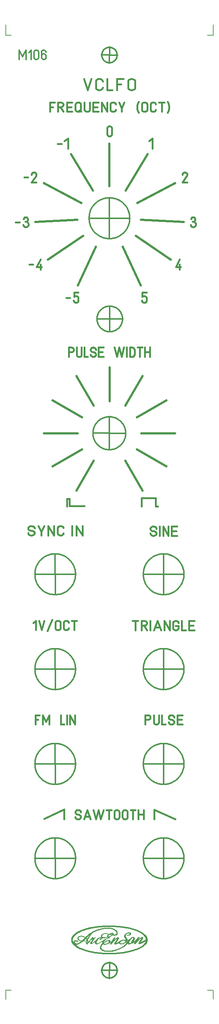
<source format=gbr>
G04 CAM350/DFMSTREAM V12.1 (Build 1022) Date:  Sat Oct 02 16:19:56 2021 *
G04 Database: D:\Mes documents\Projects\Modular Synth\M106 VCLFO\Front panel design\CAM350\M106.cam *
G04 Layer 12: M106frontpanel.gbr *
%FSLAX23Y23*%
%MOIN*%
%SFA1.000B1.000*%

%MIA0B0*%
%IPPOS*%
%ADD10C,0.00551*%
%ADD11C,0.00787*%
%ADD12C,0.01024*%
%ADD13C,0.01102*%
%ADD14C,0.01181*%
%ADD15C,0.01260*%
%ADD16C,0.01496*%
%ADD17C,0.01575*%
%ADD18C,0.01654*%
%ADD19C,0.01732*%
%ADD70C,0.01890*%
%LNM106frontpanel.gbr*%
%LPD*%
G54D10*
X964Y601D02*
G01X969Y606D01*
X971*
X974Y608*
X977*
X982Y609*
X984Y606*
X978Y607*
X977*
X974Y606*
X971Y604*
X969Y603*
Y600*
X972Y599*
X975Y597*
X981Y596*
X982*
X892Y573D02*
G01X896D01*
X900Y571*
X904Y570*
X908Y569*
X914*
X920*
X925*
X930Y570*
X934Y571*
X939Y573*
X943Y572*
X936Y570*
X927Y569*
X922Y568*
X916Y567*
X908*
X896*
X945Y572D02*
G01X950Y576D01*
X953*
X957Y577*
X963Y579*
X969Y581*
X972Y583*
X977Y585*
X979Y587*
X981Y589*
X982Y592*
X992Y596*
X990Y593*
X983Y589*
X978Y585*
X973Y583*
X967Y580*
X962Y577*
X955Y576*
X801Y566D02*
G01X805Y572D01*
X807Y573*
X809Y574*
X821Y564D02*
G01X825Y567D01*
X831Y569*
X827Y565*
X899Y539D02*
G01X897Y532D01*
X896Y529*
X895Y523*
Y520*
X896Y517*
X897Y513*
X900Y511*
X904Y510*
X907Y508*
X909*
X913Y507*
X922*
X927Y508*
X932Y510*
X943Y513*
X951Y515*
X960Y520*
X970Y526*
X982Y532*
X979*
X965Y524*
X966Y527*
Y534*
X967Y537*
X966Y541*
X963Y542*
X961Y544*
X955Y545*
X950Y544*
X944Y541*
X936Y538*
X927Y534*
X918Y530*
X910Y525*
X906Y522*
X905Y526*
X906Y531*
X907Y534*
X909Y538*
X912Y541*
X918Y546*
X921Y549*
X925Y552*
X931Y556*
X907Y544D02*
G01X902Y533D01*
X900Y524*
Y516*
X905Y520*
X904Y521*
X905Y519*
X907Y522*
X903Y518D02*
G01X907Y522D01*
X916Y527*
X925Y532*
X932Y536*
X935Y537*
X940Y540*
X945Y541*
X950*
X955Y539*
X957Y537*
X958Y533*
Y530*
X956Y527*
X955Y523*
X952Y521*
X949Y518*
X945Y515*
X941Y513*
X935Y511*
X930Y510*
X923*
X916*
X913Y511*
X911Y512*
X908Y514*
X906Y516*
X904Y514*
X956Y541D02*
G01X963Y538D01*
Y530*
X961Y522*
X981Y530D02*
G01X982Y533D01*
X1001Y564*
X1002Y565*
X1007Y567*
X1005Y566*
X1009Y568*
X1012*
X1013*
X1002Y553*
X998Y540*
X1001Y542*
X1005Y545*
X1006*
X1014Y553*
X1021Y558*
X1026Y562*
X1030Y565*
X1033Y567*
X1036Y568*
X1037Y569*
X1041*
X1043Y566*
X1044Y565*
Y561*
X1040Y552*
X1022Y524*
X1021Y521*
X1020Y518*
X1023Y516*
X1026Y515*
X1030Y516*
X1033Y518*
X1039Y522*
X1045Y525*
X1047Y526*
X1049Y530*
X1050Y532*
X1052Y534*
X1057Y537*
X1062Y541*
X1067*
X1072Y544*
X1077Y545*
X1084*
X1091Y546*
X1096*
X1101Y545*
X1106*
X1112Y542*
X1120Y534*
X1125Y524*
X978Y526D02*
G01X974Y521D01*
X968Y509*
X975Y510*
X981Y516*
X989Y526*
X1002Y539*
X1013Y549*
X1022Y557*
X1028Y561*
X1032*
X1034*
X1032Y554*
X1014Y527*
X1010Y520*
X1009Y517*
Y512*
X1010Y511*
X1012Y509*
X1014Y508*
X1019Y509*
X1022Y510*
X1035Y516*
X1044Y521*
X1049*
X1050Y519*
X1051Y517*
X1053Y515*
X1057Y514*
X1060Y512*
X1065Y511*
X1077Y512*
X1085Y513*
X1091Y514*
X1098Y518*
X1105Y523*
X1112Y528*
X1116Y532*
X1112Y538*
Y539*
X1110Y541*
X1106Y542*
X1101Y544*
X1097Y545*
X1092*
X1084Y544*
X1077Y542*
X1071Y541*
X1067Y538*
X1064Y536*
X1061Y532*
X1059Y529*
X1057Y525*
Y521*
X1060Y518*
X1063Y514*
X1067*
X1071Y513*
X1080*
X1086Y514*
X1092Y516*
X1097Y520*
X1104Y524*
X1107Y528*
X1110Y532*
X1111Y533*
X1113Y537*
X1061Y536D02*
G01X1055Y530D01*
X1049Y525*
X1053*
X1056Y518*
X1023Y512D02*
G01X1017Y514D01*
X1014*
X1015Y518*
X1028Y541*
X1041Y563*
X1036Y564*
X1006Y565D02*
G01X974Y514D01*
X998Y541*
X899Y519D02*
G01X895Y514D01*
X887Y504*
X882Y495*
X878Y486*
X876Y481*
Y470*
X878Y467*
X880Y463*
X884Y458*
X889Y454*
X896Y451*
X900Y448*
X911Y446*
X907Y447D02*
G01X909Y446D01*
X919Y444*
X925Y443*
X964*
X989Y444*
X998Y447*
X1012Y450*
X1023Y454*
X1018Y452D02*
G01X1028Y455D01*
X1045Y462*
X1057Y467*
X1069Y472*
X1083Y480*
X1094Y486*
X1103Y494*
X1110Y500*
X1114Y505*
X1119Y510*
X1121Y514*
X1124Y520*
X1118Y529*
Y523*
X1116Y517*
X1112Y511*
X1106Y503*
X1100Y497*
X1089Y487*
X1078Y481*
X1069Y475*
X1059Y470*
X1046Y466*
X1033Y460*
X1021Y456*
X1006Y453*
X998Y451*
X988Y449*
X976Y447*
X966*
X945Y446*
X935Y447*
X926*
X918*
X911Y450*
X903Y453*
X898Y455*
X894Y458*
X890Y461*
X887Y464*
X885Y467*
X884Y469*
X883Y473*
X882Y476*
Y481*
X883Y486*
X885Y491*
X888Y497*
X891Y502*
X895Y507*
X899Y512*
X877Y477D02*
G01X884Y464D01*
X892Y455*
X1112Y502D02*
G01X1124Y523D01*
X1112Y539D02*
G01X1113Y544D01*
X1114Y546*
X1113Y549*
X1112Y553*
X1104Y566*
X1100Y572*
X1099Y575*
X1098Y578*
Y585*
X1099Y589*
X1101Y594*
X1105Y597*
X1109Y602*
X1115Y605*
X1120Y608*
X1126Y610*
X1132Y612*
X1135Y613*
X1148*
X1152Y612*
X1156Y609*
Y607*
Y603*
X1154Y598*
X1150Y594*
X1143Y592*
X1137Y590*
X1131Y589*
X1128*
X1123*
X1124Y590*
X1129*
X1131*
X1140Y593*
X1144Y595*
X1146Y596*
X1148Y600*
Y602*
Y605*
Y607*
X1146Y608*
X1145Y609*
X1143Y610*
X1139Y611*
X1135*
X1132*
X1129Y610*
X1124Y608*
X1120Y606*
X1116Y604*
X1112Y600*
X1109Y596*
X1108Y593*
X1107Y587*
X1108Y582*
X1110Y577*
X1120Y561*
X1123Y556*
X1124Y550*
Y544*
X1121Y541*
X1120Y537*
X1116Y539*
X1120Y553*
X1117*
X1115Y561*
X1112*
X1105Y573*
X1103Y582*
X1104Y593*
X1111Y602*
X1120Y608*
X1128Y610*
X1136Y612*
X1147*
X1152Y608*
X1151Y600*
X1127Y524D02*
G01X1128Y528D01*
Y530*
X1130Y532*
X1132Y537*
X1133Y541*
X1140Y549*
X1144Y553*
X1149Y557*
X1154Y561*
X1159Y565*
X1164Y569*
X1170Y571*
X1175Y572*
X1180Y573*
X1185Y571*
X1187Y569*
X1189Y566*
X1191Y561*
Y557*
X1189Y552*
X1187Y545*
X1184Y541*
X1181Y536*
X1178Y532*
X1175Y530*
X1176Y529*
X1164Y520*
X1158Y516*
X1154Y514*
X1148Y512*
X1144Y511*
X1138*
X1135*
X1131Y514*
X1129Y516*
X1127Y518*
X1139Y522*
Y525*
X1140Y530*
X1141Y534*
X1144Y538*
X1148Y545*
X1151Y549*
X1154Y553*
X1157Y557*
X1159Y561*
X1163Y564*
X1167Y566*
X1170Y569*
X1174*
X1176*
X1180Y568*
X1182Y565*
X1183Y562*
Y557*
Y554*
X1182Y555*
X1176Y549*
X1172Y544*
X1170Y538*
X1167Y533*
Y529*
X1165Y526*
X1162Y522*
X1157Y519*
X1153Y516*
X1150Y514*
X1147*
X1144*
X1143Y516*
X1140Y517*
X1139Y521*
X1133Y518*
X1138Y514*
X1131Y522*
X1133Y526*
X1139Y541*
X1152Y555*
X1164Y567*
X1173Y570*
X1181*
X1187Y561*
X1185Y549*
X1166Y525*
X1182Y549*
X1254Y608D02*
G01X1268Y599D01*
X1280Y589*
X1287Y580*
X1292Y573*
X1297Y563*
X1300Y553*
X1295Y535*
Y529*
X1273Y494D02*
G01X1282Y509D01*
X1288Y518*
X1291Y523*
X1293Y526*
X1296Y533*
X1283Y596D02*
G01X1288Y594D01*
X1298Y583*
X1303Y575*
X1307Y567*
X1309Y560*
X1310Y553*
Y539*
Y535*
X1307Y529*
X1303Y521*
X1299Y514*
X1293Y507*
X1165Y524D02*
G01X1169Y521D01*
X1174Y519*
X1176Y520*
X1180Y522*
X1184Y524*
X1198Y535*
X1202Y534*
X1203Y532*
X1202*
Y531*
X1190Y512*
X1199Y514*
X1201Y515*
X1207Y522*
X1215Y532*
X1223Y541*
X1229Y547*
X1237Y554*
X1242Y559*
X1248Y563*
X1252Y565*
X1256*
X1255Y558*
X1252Y553*
X1232Y524*
X1231Y519*
Y516*
X1232Y514*
X1235Y512*
X1238*
X1242Y513*
X1245Y514*
X1295Y541*
X1302Y552*
X1298Y549*
X1243Y521*
X1245Y528*
X1265Y558*
X1267Y564*
X1268Y567*
X1267Y570*
X1265Y572*
X1261*
X1255Y570*
X1250Y567*
X1242Y561*
X1226Y547*
X1221Y542*
X1223Y551*
Y554*
X1235Y571*
Y572*
X1230Y571*
X1226Y569*
X1223Y566*
X1217Y556*
X1199Y540*
X1189Y530*
X1183Y526*
X1182*
X1178*
X1173Y523*
X1179*
X1187Y528*
X1195Y534*
X1206Y539*
X1204Y530*
X1198Y518*
X1220Y544*
X1207Y534*
X1221Y551*
X1206Y540*
X1222Y556*
X1229Y568*
X1215Y542*
X1225Y547*
X1229Y549*
X1234Y553*
X1242Y560*
X1250Y566*
X1260Y569*
X1265*
X1234Y518*
X1239Y520*
X1237Y515*
X1295Y544*
X1237Y514*
X1239Y524*
X1261Y565*
X1104Y571D02*
G01X1111Y558D01*
X1120Y555*
X1119Y550D02*
G01X1114Y564D01*
X1107Y576*
X1100Y579*
X1108Y569*
X1120Y540*
X1116Y532*
X1124Y525*
X1131Y521*
X1136Y539*
X899Y527D02*
G01X900Y515D01*
X908Y510*
G54D11*
X1916Y8850D02*
G01Y8947D01*
X903Y5197D02*
G01X1019D01*
X961Y5255D02*
G01Y5139D01*
X739Y567D02*
G01X738Y569D01*
X732Y573*
X727Y576*
X724Y577*
X719Y580*
X714Y581*
X707Y582*
X703Y583*
X695*
X687Y581*
X683*
X679Y578*
X675Y575*
X672Y571*
X670Y567*
X669Y562*
X668Y560*
X671Y556*
X669Y557*
X671Y554*
X675Y551*
X671Y554*
X673Y552*
X675Y549*
X679Y548*
X682Y545*
X685*
X689Y543*
X690Y542*
X695Y541*
X701*
X716Y540*
X731Y541*
X734*
X704*
X695*
X689Y544*
X683Y546*
X679Y549*
X677Y551*
X675Y553*
X674Y554*
Y557*
X673Y559*
Y562*
Y566*
X674Y569*
X675Y572*
X678Y575*
X681Y577*
X687Y580*
X693Y581*
X699Y582*
X708*
Y581*
X716Y580*
X720Y577*
X724Y575*
X730Y572*
X734Y569*
X738Y567*
X732Y562*
X717Y546*
X711Y541*
X727Y554D02*
G01X738Y569D01*
X746Y576*
X752Y582*
X758Y587*
X760Y589*
X738Y566D02*
G01X742Y562D01*
X748Y557*
X754Y550*
X750Y545*
X748Y540*
X746Y536*
Y532*
X745Y527*
Y522*
X747Y518*
X750Y514*
X751Y512*
X752Y511*
X754*
X758Y513*
X763Y518*
X774Y531*
X779Y537*
X783Y542*
X793Y553*
X794Y556*
X793Y554*
X810Y556*
X809Y551*
X808Y548*
X802Y542*
X798Y536*
X793Y531*
X790Y526*
X789Y522*
X787Y518*
Y515*
X788Y514*
X789Y512*
X793*
X797*
X803Y515*
X809Y519*
X817Y526*
X825Y532*
X833Y540*
X841Y547*
X848Y556*
X852Y559*
X857Y562*
X861Y565*
X866Y567*
X870Y569*
X872Y570*
X879*
X888*
X739Y569D02*
G01X744Y564D01*
X758Y547*
X751Y539*
X750Y535*
X747Y532*
X746Y527*
X747Y522*
X748Y518*
X750Y515*
X754Y517*
X755Y518*
X756Y520*
X757Y522*
X758Y526*
X759Y528*
X760Y531*
Y534*
Y543*
Y541*
Y537*
X761Y533*
Y526*
X765*
X766Y527*
X769Y529*
X772Y532*
X779Y538*
X784Y545*
X790Y553*
X793Y557*
X797Y561*
X799Y565*
X802Y568*
X805Y571*
X803Y566*
X806Y562*
X809Y561*
Y562*
X813*
X817Y563*
X821Y565*
X824*
X827Y567*
X809Y544*
X800Y530*
X797Y526*
X796Y522*
Y518*
X798Y516*
X800*
X801Y515*
X795Y514*
X791Y518*
X754Y550D02*
G01X756Y556D01*
X762Y564*
X768Y573*
X774Y582*
X779Y589*
X782Y595*
X785Y600*
X793Y604*
X787Y595*
X782Y587*
X776Y578*
X770Y569*
X765Y561*
X757Y550*
X789Y599D02*
G01X794Y604D01*
X798Y609*
X801Y612*
X805Y615*
X809Y618*
X813Y620*
X816Y622*
X818Y624*
X822Y625*
X826Y628*
X829Y630*
X833Y632*
X837Y633*
X841Y636*
X638Y517D02*
G01Y523D01*
X636Y526*
Y528*
X637Y531*
X639Y532*
X640Y533*
X641Y535*
X644Y537*
X646Y538*
X651Y540*
X655Y541*
X829Y536D02*
G01Y530D01*
Y521*
X830Y518*
X831Y515*
X833Y514*
X835Y512*
X838Y511*
X841*
X844*
X851Y513*
X856Y514*
X862Y517*
X868Y521*
X876Y526*
X883Y531*
X888Y533*
X894Y537*
X902Y541*
X912Y548*
X918Y551*
X922Y553*
X927Y555*
X932Y557*
X938Y560*
X943Y561*
X947Y563*
X953Y565*
X957*
X961Y566*
X963*
X959Y567*
X955Y569*
X951Y572*
X949Y575*
X947Y576*
Y578*
Y581*
Y585*
X948Y587*
X950Y590*
X951Y594*
X954Y595*
X960Y600*
X964Y603*
X969Y604*
X868Y568D02*
G01X864Y565D01*
X859Y561*
X854Y556*
X850Y551*
X848Y547*
X844Y541*
X841Y536*
X840Y531*
X839Y526*
Y522*
X840Y519*
X841Y517*
X843Y515*
X845Y514*
X849*
X852*
X854*
X857*
X844Y545D02*
G01X835Y534D01*
X834Y529*
X835Y517*
X799Y559D02*
G01X816D01*
X873Y552D02*
G01X872D01*
X876Y555*
X878Y557*
X880Y561*
Y563*
Y566*
Y569*
X878*
X874*
X873Y552D02*
G01Y551D01*
X878Y553*
X881Y554*
X884Y557*
X887Y560*
Y561*
X888Y564*
X891Y567*
X894Y569*
X896*
X884Y573*
Y574*
Y583*
Y587*
X885Y589*
X887Y592*
X889Y594*
X892Y597*
X896Y600*
X900Y601*
X904Y604*
X908Y605*
X912Y606*
X919*
X926*
X931*
X935Y605*
X942Y604*
X947Y603*
X952Y600*
X955*
X959*
X896Y569D02*
G01Y572D01*
X892Y573*
Y576*
Y577*
X891Y578*
X890Y580*
Y581*
Y585*
Y588*
X891Y590*
X892Y593*
X893Y594*
X896Y596*
X898Y600*
X901Y601*
X904Y603*
X956Y599D02*
G01X951Y595D01*
X947Y593*
X945Y591*
X943Y588*
X942Y585*
X941Y582*
Y577*
Y573*
X942*
X949Y568*
X966Y602D02*
G01X969Y604D01*
X962Y599*
X963*
X970Y597*
X976Y596*
X982Y595*
X993Y596*
X989D02*
G01X990Y600D01*
Y602*
X988Y605*
X986Y606*
X985Y607*
X982Y608*
X988*
X992Y606*
X994Y605*
Y604*
Y600*
X1912Y85D02*
G01X1862D01*
X54Y8848D02*
G01X4D01*
X1912D02*
G01X1862D01*
X1915Y85D02*
G01Y5D01*
X901Y7172D02*
G01X1018D01*
X959Y7230D02*
G01Y7114D01*
X4Y8850D02*
G01Y8947D01*
Y89D02*
G01Y4D01*
X57Y85D02*
G01X6D01*
G54D12*
X627Y511D02*
G01X630Y522D01*
X632Y527*
Y531*
X634Y533*
X636Y537*
X638Y539*
X640Y540*
X642Y541*
X645*
X663Y511D02*
G01X673Y515D01*
X681Y520*
X688Y523*
X696Y528*
X704Y533*
X719Y545*
X748Y575*
X758Y585*
X770Y596*
X777Y602*
X789Y610*
X801Y619*
X814Y625*
X831Y633*
X846Y639*
X864Y644*
X881Y649*
X898Y653*
X911Y656*
X922*
X958*
X969*
X978Y654*
X993Y649*
X1006Y644*
X1017Y636*
X1022Y630*
X1027Y624*
X1030Y616*
Y609*
X1029Y604*
X1026Y600*
X1021Y597*
X1014Y596*
X1002Y594*
X994*
X1015Y637D02*
G01X1021Y632D01*
X1024Y628*
X1027Y623*
X1029Y616*
Y611*
X1027Y605*
X1025Y602*
X1022Y600*
X1020Y598*
X783Y439D02*
G01X747Y451D01*
X715Y463*
X700Y469*
X687Y474*
X675Y481*
X667Y485*
X660Y489*
X656Y492*
X651Y496*
X648Y499*
Y501*
X643Y510*
X707Y535D02*
G01X721Y547D01*
X727Y553*
X734Y560*
X743Y569*
X750Y577*
X757Y583*
X762Y589*
G54D13*
X663Y513D02*
G01Y512D01*
X662*
X661*
X660*
X659*
Y511*
X658*
X657*
Y511*
X656*
X655*
X654*
X653*
Y512*
X652*
X651*
X650*
X649*
Y513*
X648*
X647*
Y514*
X646*
X645*
X644*
Y515*
X643Y516*
X642*
X641*
Y517*
X640*
Y518*
Y519*
X639*
X638*
Y520*
Y521*
X637*
X636*
Y522*
Y523*
Y524*
X635*
Y525*
Y526*
Y527*
Y528*
Y529*
Y530*
Y531*
Y532*
X636*
Y533*
Y534*
X637*
Y535*
X638Y536*
X639*
Y537*
X640*
Y538*
X641*
X642Y539*
X643*
X644Y540*
X645Y541*
X646*
X647*
X648*
X649*
X650*
X651*
X652*
X653*
X654*
X655*
X656*
X657*
Y541*
X658*
X659*
X660*
Y540*
X661*
X662*
X663*
Y539*
X664*
X665Y538*
X666Y537*
X667*
X668Y536*
G54D14*
X1271Y2163D02*
G01X1647D01*
X1459Y2350D02*
G01Y1975D01*
X616Y1193D02*
G01X614Y1190D01*
X612Y1187*
X610Y1184*
X608Y1181*
X605Y1178*
X603Y1175*
X600Y1172*
X597Y1170*
X595Y1167*
X593Y1164*
X591Y1162*
X588Y1159*
X585Y1157*
X582Y1155*
X580Y1152*
X577Y1150*
X573Y1148*
X571Y1146*
X568Y1144*
X565Y1141*
X561Y1139*
X558Y1137*
X555Y1136*
X552Y1133*
X549Y1132*
X545Y1130*
X541Y1128*
X538Y1127*
X535Y1125*
X532Y1124*
X529Y1123*
X526Y1121*
X522Y1120*
X518Y1119*
X515Y1118*
X511Y1116*
X508*
X504Y1115*
X501Y1114*
X497Y1113*
X493Y1112*
X490*
X486*
X482Y1111*
X478*
X474Y1110*
X471*
X468*
X464*
X461Y1109*
X457Y1110*
X453*
X450*
X446*
X442Y1111*
X439*
X435Y1112*
X431*
X427*
X423Y1113*
X419Y1114*
X416Y1115*
X412Y1116*
X409*
X406Y1118*
X403Y1119*
X400Y1120*
X396Y1121*
X392Y1123*
X388Y1124*
X385Y1125*
X382Y1127*
X379Y1128*
X376Y1130*
X372Y1132*
X368Y1133*
X365Y1136*
X362Y1137*
X359Y1139*
X356Y1141*
X352Y1144*
X349Y1146*
X347Y1148*
X344Y1150*
X341Y1152*
X339Y1155*
X336Y1157*
X333Y1159*
X331Y1162*
X328Y1164*
X325Y1167*
X323Y1170*
X321Y1172*
X318Y1175*
X316Y1178*
X313Y1181*
X311Y1184*
X309Y1187*
X307Y1190*
X305Y1193*
X302Y1196*
X301Y1199*
X298Y1203*
X297Y1206*
X295Y1209*
X293Y1212*
X291Y1215*
X289Y1219*
X288Y1222*
X286Y1225*
X285Y1228*
X284Y1232*
X283Y1235*
X282Y1239*
Y1242*
X280Y1246*
X279Y1250*
X278Y1254*
Y1257*
X277Y1261*
X276Y1265*
X275Y1268*
Y1272*
X274Y1275*
Y1279*
Y1282*
Y1285*
Y1289*
Y1293*
X273Y1297*
X274Y1301*
Y1305*
Y1308*
Y1312*
Y1316*
Y1319*
X275Y1323*
Y1327*
X276Y1330*
X277Y1334*
X278Y1338*
Y1341*
X279Y1344*
X280Y1348*
X282Y1352*
Y1355*
X283Y1358*
X284Y1362*
X285Y1365*
X287Y1369*
X288Y1372*
X289Y1376*
X291Y1379*
X293Y1382*
X295Y1386*
X297Y1389*
X298Y1392*
X301Y1396*
X302Y1399*
X305Y1402*
X307Y1405*
X309Y1407*
X311Y1410*
X313Y1413*
X316Y1416*
X318Y1419*
X321Y1422*
X323Y1424*
X325Y1427*
X328Y1430*
X331Y1432*
X333Y1435*
X336Y1437*
X339Y1439*
X341Y1442*
X344Y1444*
X347Y1447*
X349Y1449*
X352Y1451*
X356Y1453*
X359Y1455*
X362Y1457*
X365Y1459*
X368Y1461*
X372Y1463*
X376Y1465*
X379Y1467*
X382Y1468*
X385Y1469*
X389Y1470*
X392Y1471*
X396Y1473*
X400Y1474*
X403Y1475*
X406Y1476*
X409Y1478*
X412*
X416Y1479*
X419Y1480*
X423Y1481*
X427Y1482*
X431*
X435*
X439Y1483*
X442*
X446Y1484*
X450*
X453*
X457*
X461*
X464*
X468*
X471*
X474*
X478Y1483*
X482*
X486Y1482*
X490*
X493*
X497Y1481*
X501Y1480*
X504Y1479*
X508Y1478*
X511*
X515Y1476*
X518Y1475*
X522Y1474*
X526Y1473*
X529Y1471*
X532Y1470*
X535Y1469*
X538Y1468*
X541Y1467*
X545Y1465*
X549Y1463*
X552Y1461*
X555Y1459*
X558Y1457*
X561Y1455*
X565Y1453*
X568Y1451*
X571Y1449*
X573Y1447*
X577Y1444*
X580Y1442*
X582Y1439*
X585Y1437*
X588Y1435*
X591Y1432*
X593Y1430*
X595Y1427*
X597Y1424*
X600Y1422*
X603Y1419*
X605Y1416*
X608Y1413*
X610Y1410*
X612Y1407*
X614Y1405*
X616Y1402*
X619Y1399*
X620Y1396*
X622Y1392*
X624Y1389*
X626Y1386*
X628Y1382*
X629Y1379*
X631Y1376*
X632Y1372*
X634Y1368*
X635Y1365*
X636Y1362*
X638Y1358*
X639Y1355*
X640Y1352*
X641Y1348*
X642Y1344*
X643Y1341*
X644Y1338*
Y1334*
X645Y1330*
X646Y1327*
Y1323*
X647Y1319*
Y1316*
X648Y1312*
Y1308*
Y1305*
Y1301*
Y1297*
Y1293*
Y1289*
Y1285*
Y1282*
X647Y1279*
Y1275*
X646Y1272*
Y1268*
X645Y1265*
X644Y1261*
Y1257*
X643Y1254*
X642Y1250*
X641Y1246*
X640Y1242*
X639Y1239*
X638Y1235*
X636Y1232*
X635Y1228*
X634Y1225*
X632Y1222*
X631Y1219*
X629Y1215*
X628Y1212*
X626Y1209*
X624Y1206*
X622Y1203*
X620Y1199*
X619Y1196*
X616Y1193*
X273Y1297D02*
G01X648D01*
X460Y1484D02*
G01X461Y1109D01*
X1614Y1193D02*
G01X1612Y1190D01*
X1610Y1187*
X1608Y1184*
X1605Y1181*
X1603Y1178*
X1600Y1175*
X1598Y1172*
X1596Y1170*
X1594Y1167*
X1592Y1164*
X1589Y1162*
X1586Y1159*
X1584Y1157*
X1581Y1155*
X1578Y1152*
X1575Y1150*
X1572Y1148*
X1569Y1146*
X1566Y1144*
X1563Y1141*
X1560Y1139*
X1557Y1137*
X1553Y1136*
X1550Y1133*
X1547Y1132*
X1543Y1130*
X1540Y1128*
X1537Y1127*
X1533Y1125*
X1530Y1124*
X1527Y1123*
X1524Y1121*
X1520Y1120*
X1517Y1119*
X1514Y1118*
X1510Y1116*
X1506*
X1502Y1115*
X1499Y1114*
X1495Y1113*
X1491Y1112*
X1488*
X1484*
X1481Y1111*
X1477*
X1473Y1110*
X1470*
X1467*
X1463*
X1459Y1109*
X1455Y1110*
X1451*
X1448*
X1444*
X1440Y1111*
X1437*
X1433Y1112*
X1429*
X1426*
X1422Y1113*
X1418Y1114*
X1415Y1115*
X1411Y1116*
X1407*
X1404Y1118*
X1401Y1119*
X1398Y1120*
X1394Y1121*
X1391Y1123*
X1387Y1124*
X1384Y1125*
X1380Y1127*
X1377Y1128*
X1374Y1130*
X1370Y1132*
X1367Y1133*
X1364Y1136*
X1360Y1137*
X1357Y1139*
X1354Y1141*
X1351Y1144*
X1348Y1146*
X1345Y1148*
X1343Y1150*
X1340Y1152*
X1337Y1155*
X1334Y1157*
X1332Y1159*
X1329Y1162*
X1326Y1164*
X1324Y1167*
X1321Y1170*
X1319Y1172*
X1317Y1175*
X1314Y1178*
X1312Y1181*
X1309Y1184*
X1307Y1187*
X1305Y1190*
X1303Y1193*
X1301Y1196*
X1299Y1199*
X1297Y1203*
X1295Y1206*
X1293Y1209*
X1291Y1212*
X1289Y1215*
X1288Y1219*
X1286Y1222*
X1285Y1225*
X1284Y1228*
X1282Y1232*
Y1235*
X1281Y1239*
X1280Y1242*
X1278Y1246*
Y1250*
X1277Y1254*
X1276Y1257*
X1275Y1261*
X1274Y1265*
Y1268*
Y1272*
X1273Y1275*
Y1279*
X1272Y1282*
Y1285*
Y1289*
Y1293*
X1271Y1297*
X1272Y1301*
Y1305*
Y1308*
Y1312*
X1273Y1316*
Y1319*
X1274Y1323*
Y1327*
Y1330*
X1275Y1334*
X1276Y1338*
X1277Y1341*
X1278Y1344*
Y1348*
X1280Y1352*
X1281Y1355*
X1282Y1358*
Y1362*
X1284Y1365*
X1285Y1369*
X1286Y1372*
X1288Y1376*
X1289Y1379*
X1291Y1382*
X1293Y1386*
X1295Y1389*
X1297Y1392*
X1299Y1396*
X1301Y1399*
X1303Y1402*
X1305Y1405*
X1307Y1407*
X1309Y1410*
X1312Y1413*
X1314Y1416*
X1317Y1419*
X1319Y1422*
X1321Y1424*
X1324Y1427*
X1326Y1430*
X1329Y1432*
X1332Y1435*
X1334Y1437*
X1337Y1439*
X1340Y1442*
X1343Y1444*
X1345Y1447*
X1348Y1449*
X1351Y1451*
X1354Y1453*
X1357Y1455*
X1360Y1457*
X1364Y1459*
X1367Y1461*
X1370Y1463*
X1374Y1465*
X1377Y1467*
X1380Y1468*
X1384Y1469*
X1388Y1470*
X1391Y1471*
X1394Y1473*
X1398Y1474*
X1401Y1475*
X1404Y1476*
X1407Y1478*
X1411*
X1415Y1479*
X1418Y1480*
X1422Y1481*
X1426Y1482*
X1429*
X1433*
X1437Y1483*
X1440*
X1444Y1484*
X1448*
X1451*
X1455*
X1459*
X1463*
X1467*
X1470*
X1473*
X1477Y1483*
X1481*
X1484Y1482*
X1488*
X1491*
X1495Y1481*
X1499Y1480*
X1502Y1479*
X1506Y1478*
X1510*
X1514Y1476*
X1517Y1475*
X1520Y1474*
X1524Y1473*
X1527Y1471*
X1531Y1470*
X1533Y1469*
X1537Y1468*
X1540Y1467*
X1543Y1465*
X1547Y1463*
X1550Y1461*
X1553Y1459*
X1557Y1457*
X1560Y1455*
X1563Y1453*
X1566Y1451*
X1569Y1449*
X1572Y1447*
X1575Y1444*
X1578Y1442*
X1581Y1439*
X1584Y1437*
X1586Y1435*
X1589Y1432*
X1592Y1430*
X1594Y1427*
X1596Y1424*
X1598Y1422*
X1600Y1419*
X1603Y1416*
X1605Y1413*
X1608Y1410*
X1610Y1407*
X1612Y1405*
X1614Y1402*
X1616Y1399*
X1618Y1396*
X1620Y1392*
X1622Y1389*
X1624Y1386*
X1626Y1382*
X1628Y1379*
X1629Y1376*
X1631Y1372*
X1632Y1368*
X1633Y1365*
X1635Y1362*
X1636Y1358*
X1637Y1355*
X1638Y1352*
X1640Y1348*
Y1344*
X1641Y1341*
X1642Y1338*
X1643Y1334*
X1644Y1330*
Y1327*
Y1323*
X1645Y1319*
Y1316*
X1646Y1312*
Y1308*
Y1305*
Y1301*
Y1297*
Y1293*
Y1289*
Y1285*
Y1282*
X1645Y1279*
Y1275*
X1644Y1272*
Y1268*
Y1265*
X1643Y1261*
X1642Y1257*
X1641Y1254*
X1640Y1250*
Y1246*
X1638Y1242*
X1637Y1239*
X1636Y1235*
X1635Y1232*
X1633Y1228*
X1632Y1225*
X1631Y1222*
X1629Y1219*
X1628Y1215*
X1626Y1212*
X1624Y1209*
X1622Y1206*
X1620Y1203*
X1618Y1199*
X1616Y1196*
X1614Y1193*
X1271Y1297D02*
G01X1647D01*
X1459Y1484D02*
G01Y1109D01*
X616Y3798D02*
G01X613Y3795D01*
X612Y3792*
X609Y3789*
X607Y3786*
X604Y3783*
X602Y3782*
X600Y3778*
X597Y3776*
X595Y3773*
X593Y3770*
X590Y3768*
X588Y3766*
X585Y3762*
X582Y3760*
X580Y3758*
X577Y3755*
X573Y3753*
X571Y3751*
X568Y3749*
X565Y3746*
X561Y3744*
X558Y3742*
X555Y3741*
X552Y3738*
X549Y3737*
X545Y3735*
X541Y3734*
X538Y3732*
X535Y3730*
X532Y3729*
X529Y3728*
X526Y3726*
X522Y3725*
X518Y3724*
X515Y3723*
X511Y3722*
X508Y3721*
X504Y3720*
X501Y3719*
X497*
X493*
X490Y3718*
X486*
X482Y3717*
X478*
X474Y3716*
X471*
X468*
X464*
X461*
X457*
X453*
X450*
X446*
X442Y3717*
X439*
X435Y3718*
X431*
X427Y3719*
X423*
X419*
X416Y3720*
X412Y3721*
X409Y3722*
X406Y3723*
X403Y3724*
X400Y3725*
X396Y3726*
X392Y3728*
X388Y3729*
X385Y3730*
X382Y3732*
X379Y3734*
X376Y3735*
X372Y3737*
X368Y3738*
X365Y3741*
X362Y3742*
X359Y3744*
X356Y3746*
X352Y3749*
X349Y3751*
X347Y3753*
X344Y3755*
X341Y3758*
X339Y3760*
X336Y3762*
X333Y3766*
X331Y3768*
X328Y3770*
X325Y3773*
X323Y3776*
X321Y3778*
X318Y3782*
X316Y3783*
X313Y3786*
X311Y3789*
X309Y3792*
X307Y3795*
X305Y3798*
X302Y3801*
X301Y3805*
X298Y3808*
X297Y3811*
X295Y3814*
X293Y3818*
X291Y3821*
X289Y3825*
X288Y3828*
X286Y3832*
X285Y3835*
X284Y3838*
X283Y3842*
X282Y3844*
Y3848*
X280Y3852*
X279Y3855*
X278Y3859*
Y3862*
X277Y3866*
X276Y3870*
X275Y3873*
Y3877*
X274Y3880*
Y3884*
Y3888*
Y3892*
Y3896*
Y3900*
X273Y3903*
X274Y3907*
Y3910*
Y3913*
Y3917*
Y3921*
Y3924*
X275Y3928*
Y3932*
X276Y3935*
X277Y3939*
X278Y3943*
Y3947*
X279Y3951*
X280Y3954*
X282Y3958*
Y3961*
X283Y3964*
X284Y3968*
X285Y3970*
X287Y3974*
X288Y3978*
X289Y3981*
X291Y3984*
X293Y3987*
X295Y3991*
X297Y3994*
X298Y3998*
X301Y4001*
X302Y4004*
X305Y4007*
X307Y4010*
X309Y4014*
X311Y4016*
X313Y4019*
X316Y4022*
X318Y4025*
X321Y4028*
X323Y4030*
X325Y4032*
X328Y4035*
X331Y4037*
X333Y4040*
X336Y4042*
X339Y4045*
X341Y4047*
X344Y4049*
X347Y4052*
X349Y4054*
X352Y4056*
X356Y4058*
X359Y4061*
X362Y4062*
X365Y4065*
X368Y4066*
X372Y4068*
X376Y4070*
X379Y4072*
X382Y4073*
X385Y4075*
X389Y4077*
X392*
X396Y4079*
X400Y4080*
X403Y4081*
X406Y4082*
X409Y4084*
X412Y4085*
X416*
X419Y4086*
X423Y4087*
X427Y4088*
X431Y4089*
X435*
X439*
X442*
X446Y4090*
X450*
X453*
X457*
X461Y4091*
X464Y4090*
X468*
X471*
X474*
X478Y4089*
X482*
X486*
X490*
X493Y4088*
X497Y4087*
X501Y4086*
X504Y4085*
X508*
X511Y4084*
X515Y4082*
X518Y4081*
X522Y4080*
X526Y4079*
X529Y4077*
X532Y4076*
X535Y4075*
X538Y4073*
X541Y4072*
X545Y4070*
X549Y4068*
X552Y4066*
X555Y4065*
X558Y4062*
X561Y4061*
X565Y4058*
X568Y4056*
X571Y4054*
X573Y4052*
X577Y4049*
X580Y4047*
X582Y4045*
X585Y4042*
X588Y4040*
X590Y4037*
X593Y4035*
X595Y4032*
X597Y4030*
X600Y4028*
X602Y4025*
X604Y4022*
X607Y4019*
X609Y4016*
X612Y4014*
X613Y4010*
X616Y4007*
X618Y4004*
X620Y4001*
X622Y3998*
X624Y3994*
X625Y3991*
X628Y3987*
X629Y3984*
X631Y3981*
X632Y3978*
X634Y3974*
X635Y3970*
X636Y3968*
X637Y3964*
X639Y3961*
X640Y3958*
X641Y3954*
X642Y3951*
X643Y3947*
X644Y3943*
Y3939*
X645Y3935*
X646Y3932*
Y3928*
X647Y3924*
Y3921*
X648Y3917*
Y3913*
Y3910*
Y3907*
Y3903*
Y3900*
Y3896*
Y3892*
Y3888*
X647Y3884*
Y3880*
X646Y3877*
Y3873*
X645Y3870*
X644Y3866*
Y3862*
X643Y3859*
X642Y3855*
X641Y3852*
X640Y3848*
X639Y3844*
X637Y3842*
X636Y3838*
X635Y3835*
X633Y3831*
X632Y3828*
X631Y3825*
X629Y3821*
X628Y3818*
X625Y3814*
X624Y3811*
X622Y3808*
X620Y3805*
X618Y3801*
X616Y3798*
X273Y3904D02*
G01X648Y3903D01*
X460Y4091D02*
G01X461Y3715D01*
X959Y7358D02*
G01X960Y6982D01*
X1019Y228D02*
G01X1018Y227D01*
Y226*
X1017Y225*
X1016Y224*
X1015Y222*
X1014*
X1013Y221*
X1012Y219*
X1011*
X1010*
X1009Y218*
X1008Y217*
X1007Y215*
X1006*
X1005Y214*
X1004Y213*
X1002Y212*
Y211*
X1000*
X999Y210*
X998Y209*
X997Y208*
X995Y207*
X994*
X993Y206*
X992*
X990Y205*
Y204*
X988Y203*
X986*
X984Y202*
X983*
X982Y201*
X980Y200*
X979*
X978Y199*
X976*
X975*
X974*
X972*
X970Y198*
X969*
X967*
X966*
X965*
X963*
X962*
X960*
X959*
X958*
X956*
X955*
X954*
X952*
X951*
X949*
X948Y199*
X947*
X945*
X943*
X941Y200*
X939*
X938Y201*
X937Y202*
X935*
X934Y203*
X933*
X931*
X930Y204*
X929Y205*
X927Y206*
X925Y207*
X924*
X923Y208*
X922Y209*
X920Y210*
X919Y211*
X918*
X917Y212*
X916Y213*
X915Y214*
X914Y215*
X913*
X911Y217*
Y218*
X910Y219*
X909*
X908*
X907Y221*
Y222*
X906*
X905Y224*
X904Y225*
Y226*
X903Y227*
X902Y228*
X901Y230*
X900*
Y232*
X899Y233*
X898Y234*
Y235*
X897Y237*
X896Y238*
Y239*
X895Y241*
Y242*
X894Y243*
Y245*
X893Y246*
X892Y247*
Y249*
Y250*
Y251*
X891Y253*
Y254*
Y256*
X890Y257*
Y258*
Y260*
Y262*
Y264*
Y266*
Y267*
Y268*
Y270*
Y271*
Y273*
Y274*
Y275*
Y277*
Y278*
Y279*
X891Y281*
Y282*
Y283*
X892Y284*
Y285*
Y287*
Y288*
X893Y289*
X894Y291*
Y292*
X895Y293*
X896Y295*
Y296*
Y297*
X897Y298*
X898Y300*
Y301*
X899Y302*
X900Y303*
Y305*
X901*
X902Y307*
X903Y308*
X904Y309*
Y310*
X905Y312*
X906Y313*
X907Y314*
Y315*
X908Y316*
X909Y317*
X910Y318*
X911Y319*
Y320*
X913Y321*
X914Y322*
X915Y323*
X916Y324*
X917Y325*
X918*
X919Y326*
X920Y327*
X922Y328*
X923Y329*
X924*
X925Y330*
X927Y331*
X929Y332*
X930Y333*
X931*
X933*
X934Y334*
X935*
X937Y335*
X938Y336*
X939*
X941Y337*
X943*
X945*
X947*
X948*
X949Y338*
X951*
X952*
X954*
X955Y339*
X956*
X958*
X959*
X960*
X962*
X963*
X965*
X966*
X967Y338*
X969*
X970*
X972Y337*
X974*
X975*
X976*
X978*
X979*
X980Y336*
X982*
X983Y335*
X984Y334*
X986*
X987Y333*
X988*
X990*
Y332*
X992Y331*
X993*
X994Y330*
X995Y329*
X997*
X998Y328*
X999Y327*
X1000Y326*
X1002Y325*
X1004Y324*
X1005Y323*
X1006Y322*
X1007Y321*
X1008Y320*
X1009Y319*
X1010Y318*
X1011Y317*
X1012Y316*
X1013Y315*
X1014Y314*
X1015Y313*
X1016Y312*
X1017Y310*
X1018Y309*
Y308*
X1019Y307*
X1020Y305*
X1021*
X1022Y303*
Y302*
X1023Y301*
Y300*
X1024Y298*
X1025Y297*
X1026Y296*
Y294*
Y293*
Y292*
X1027Y291*
X1028Y289*
Y288*
X1029Y287*
Y285*
Y284*
X1030Y283*
Y282*
Y281*
Y279*
Y278*
Y277*
Y275*
X1031Y274*
Y273*
Y271*
Y270*
Y268*
Y267*
Y266*
Y264*
Y262*
X1030*
Y260*
Y258*
Y257*
Y256*
Y254*
Y253*
X1029Y251*
Y250*
Y249*
X1028Y247*
Y246*
X1027Y245*
X1026Y243*
Y242*
Y241*
Y239*
X1025Y238*
X1024Y237*
X1023Y235*
Y234*
X1022Y233*
Y232*
X1021Y230*
X1020*
X1019Y228*
X1085Y5113D02*
G01X1083Y5111D01*
X1081Y5108*
X1079Y5106*
X1077Y5104*
X1076Y5101*
X1073Y5099*
X1072Y5096*
X1069Y5094*
X1068Y5093*
X1065Y5091*
X1064Y5089*
X1061Y5087*
X1059Y5085*
X1057Y5083*
X1054Y5081*
X1052Y5079*
X1049Y5077*
X1047Y5075*
X1045Y5073*
X1042Y5072*
X1040Y5070*
X1037Y5069*
X1035Y5067*
X1032Y5065*
X1030Y5064*
X1028Y5062*
X1025Y5061*
X1022Y5060*
X1020Y5058*
X1017Y5057*
X1014Y5056*
X1011Y5055*
X1009Y5054*
X1006Y5053*
X1003Y5052*
X1000Y5051*
X997Y5050*
X994*
X991Y5049*
X988*
X985Y5048*
X982*
X979Y5047*
X976*
X973Y5046*
X970*
X968*
X965*
X963*
X959*
X956*
X954*
X951*
X947*
X944*
X942Y5047*
X939*
X935Y5048*
X933*
X930Y5049*
X927*
X923Y5050*
X921*
X918Y5051*
X915Y5052*
X912Y5053*
X909Y5054*
X907Y5055*
X904Y5056*
X901Y5057*
X899Y5058*
X896Y5060*
X893Y5061*
X891Y5062*
X888Y5064*
X885Y5065*
X883Y5067*
X880Y5069*
X877Y5070*
X875Y5072*
X872Y5073*
X870Y5075*
X868Y5077*
X865Y5079*
X863Y5081*
X860Y5083*
X858Y5085*
X856Y5087*
X854Y5089*
X852Y5091*
X850Y5093*
X848Y5094*
X846Y5096*
X844Y5099*
X843Y5101*
X841Y5104*
X839Y5106*
X837Y5108*
X835Y5111*
X833Y5113*
X832Y5116*
X830Y5118*
X829Y5120*
X827Y5124*
X825Y5126*
Y5128*
X823Y5132*
X821Y5134*
Y5136*
X819Y5140*
X818Y5142*
X817Y5145*
Y5148*
X815Y5151*
X814Y5153*
X813Y5156*
Y5159*
Y5161*
X812Y5164*
X811Y5167*
X810Y5171*
Y5173*
X809Y5176*
Y5179*
Y5183*
Y5185*
X808Y5188*
Y5191*
Y5195*
Y5197*
Y5200*
Y5203*
Y5207*
X809Y5209*
Y5212*
Y5215*
Y5219*
X810Y5220*
Y5223*
X811Y5226*
X812Y5230*
X813Y5232*
Y5235*
Y5238*
X814Y5241*
X815Y5244*
X817Y5246*
Y5250*
X818Y5252*
X820Y5255*
X821Y5258*
Y5261*
X823Y5263*
X825Y5266*
Y5269*
X827Y5271*
X829Y5274*
X830Y5277*
X832Y5279*
X833Y5282*
X835Y5283*
X837Y5285*
X839Y5288*
X841Y5290*
X843Y5293*
X844Y5295*
X846Y5297*
X848Y5300*
X850Y5302*
X852Y5304*
X854Y5306*
X856Y5308*
X858Y5310*
X860Y5312*
X863Y5314*
X865Y5316*
X868Y5317*
X870Y5320*
X872Y5321*
X875Y5323*
X877Y5325*
X880Y5326*
X883Y5328*
X885Y5329*
X888Y5331*
X891Y5333*
X893Y5334*
X896Y5335*
X899Y5337*
X902*
X904Y5339*
X907Y5340*
X909Y5341*
X912*
X915Y5343*
X918Y5344*
X921*
X923*
X927*
X930Y5345*
X933Y5346*
X935*
X939Y5347*
X942*
X945Y5348*
X947*
X951*
X954*
X956*
X959*
X963*
X965*
X968*
X970*
X974*
X976Y5347*
X979*
X982Y5346*
X985*
X988Y5345*
X991Y5344*
X994*
X997*
X1000*
X1003Y5343*
X1006Y5341*
X1009*
X1011Y5340*
X1014Y5339*
X1017Y5337*
X1020*
X1022Y5335*
X1025Y5334*
X1028Y5333*
X1030Y5331*
X1032Y5329*
X1035Y5328*
X1037Y5326*
X1040Y5325*
X1042Y5323*
X1045Y5321*
X1047Y5320*
X1049Y5317*
X1052Y5316*
X1054Y5314*
X1057Y5312*
X1059Y5310*
X1061Y5308*
X1064Y5306*
X1065Y5304*
X1068Y5302*
X1069Y5300*
X1072Y5297*
X1073Y5295*
X1076Y5293*
X1077Y5290*
X1079Y5288*
X1081Y5285*
X1083Y5283*
X1085Y5282*
X1086Y5279*
X1088Y5277*
X1089Y5274*
X1091Y5271*
X1093Y5269*
X1094Y5266*
X1095Y5263*
X1096Y5261*
X1097Y5258*
X1098Y5255*
X1100Y5252*
Y5250*
X1101Y5246*
X1102Y5244*
X1104Y5241*
Y5238*
X1105Y5235*
Y5232*
X1106Y5230*
X1107Y5226*
X1108Y5223*
Y5220*
Y5219*
Y5215*
X1109Y5212*
Y5209*
Y5207*
Y5203*
Y5200*
X1110Y5197*
X1109Y5195*
Y5191*
Y5188*
Y5185*
Y5183*
X1108Y5179*
Y5176*
Y5173*
Y5171*
X1107Y5167*
X1106Y5164*
X1105Y5161*
Y5159*
X1104Y5156*
Y5153*
X1102Y5151*
X1101Y5148*
X1100Y5145*
Y5142*
X1098Y5140*
X1097Y5136*
X1096Y5134*
X1095Y5132*
X1094Y5128*
X1093Y5126*
X1091Y5124*
X1089Y5120*
X1088Y5118*
X1086Y5116*
X1085Y5113*
X808Y5198D02*
G01X1110Y5197D01*
X959Y5348D02*
G01Y5045D01*
X886Y269D02*
G01X1035Y268D01*
X886Y269*
X961Y344D02*
G01X960Y193D01*
X1019Y8628D02*
G01X1018D01*
Y8626*
X1017Y8625*
X1016Y8624*
X1015Y8623*
X1014Y8622*
X1013Y8621*
X1012Y8620*
X1011Y8619*
X1010Y8618*
X1009Y8617*
X1008Y8616*
X1007Y8615*
X1006Y8614*
X1005Y8613*
X1004Y8612*
X1002*
Y8611*
X1000Y8610*
X999Y8609*
X998Y8608*
X997*
X995Y8607*
X994Y8606*
X993Y8605*
X992*
X990Y8604*
X988Y8603*
X986Y8602*
X984Y8601*
X983*
X982Y8600*
X980*
X979*
X978Y8599*
X976*
X975Y8598*
X974*
X972*
X970Y8597*
X969*
X967*
X966*
X965*
X963*
X962*
X960*
X959*
X958*
X956*
X955*
X954*
X952*
X951*
X949*
X948Y8598*
X947*
X945*
X943Y8599*
X941Y8600*
X939*
X938*
X937Y8601*
X935*
X934Y8602*
X933Y8603*
X931*
X930Y8604*
X929*
X927Y8605*
X925Y8606*
X924Y8607*
X923Y8608*
X922*
X920Y8609*
X919Y8610*
X918Y8611*
X917Y8612*
X916*
X915Y8613*
X914Y8614*
X913Y8615*
X911Y8616*
Y8617*
X910Y8618*
X909Y8619*
X908Y8620*
X907Y8621*
Y8622*
X906Y8623*
X905Y8624*
X904Y8625*
Y8626*
X903Y8628*
X902*
X901Y8630*
X900Y8631*
Y8632*
X899Y8633*
X898Y8635*
Y8636*
X897Y8637*
X896Y8638*
Y8640*
X895Y8641*
Y8642*
X894Y8644*
Y8645*
X893Y8646*
X892Y8648*
Y8649*
Y8651*
Y8652*
X891Y8653*
Y8655*
Y8656*
X890Y8657*
Y8658*
Y8659*
Y8661*
Y8662*
Y8663*
Y8665*
Y8667*
Y8669*
Y8671*
Y8672*
Y8673*
Y8675*
Y8676*
Y8678*
Y8679*
X891Y8680*
Y8682*
Y8683*
X892Y8684*
Y8686*
Y8687*
Y8688*
X893Y8690*
X894Y8691*
Y8692*
X895Y8694*
X896Y8695*
Y8696*
Y8698*
X897Y8699*
X898Y8700*
Y8701*
X899Y8703*
X900*
Y8705*
X901Y8706*
X902Y8707*
X903Y8708*
X904Y8710*
Y8711*
X905Y8712*
X906Y8713*
X907Y8715*
Y8715*
X908Y8716*
X909Y8717*
X910Y8719*
X911*
Y8719*
X913Y8720*
X914Y8722*
X915*
X916Y8723*
X917Y8724*
X918Y8725*
X919Y8726*
X920*
X922Y8727*
X923Y8728*
X924Y8729*
X925Y8730*
X927*
X929Y8731*
X930Y8732*
X931Y8733*
X933*
X934Y8734*
X935*
X937*
X938Y8735*
X939*
X941Y8736*
X943*
X945Y8737*
X947*
X948*
X949Y8738*
X951*
X952*
X954*
X955*
X956*
X958*
X959*
X960*
X962*
X963*
X965*
X966*
X967*
X969*
X970*
X972Y8737*
X974*
X975*
X976Y8736*
X978*
X979*
X980Y8735*
X982*
X983Y8734*
X984*
X986*
X987Y8733*
X988*
X990Y8732*
Y8731*
X992Y8730*
X993*
X994*
X995Y8729*
X997Y8728*
X998Y8727*
X999Y8726*
X1000*
X1002Y8725*
Y8724*
X1004Y8723*
X1005Y8722*
X1006*
X1007Y8720*
X1008Y8719*
X1009*
X1010*
X1011Y8717*
X1012Y8716*
X1013Y8715*
X1014*
X1015Y8713*
X1016Y8712*
X1017Y8711*
X1018Y8710*
Y8708*
X1019Y8707*
X1020Y8706*
X1021Y8705*
X1022Y8703*
X1023Y8701*
Y8700*
X1024Y8699*
X1025Y8698*
X1026Y8696*
Y8695*
Y8694*
Y8692*
X1027Y8691*
X1028Y8690*
Y8688*
X1029Y8687*
Y8686*
Y8684*
X1030Y8683*
Y8682*
Y8680*
Y8679*
Y8678*
Y8676*
Y8675*
X1031Y8673*
Y8672*
Y8671*
Y8669*
Y8667*
Y8665*
Y8663*
Y8662*
X1030Y8661*
Y8659*
Y8658*
Y8657*
Y8656*
Y8655*
Y8653*
X1029Y8652*
Y8651*
Y8649*
X1028Y8648*
Y8646*
X1027Y8645*
X1026Y8644*
Y8642*
Y8641*
Y8640*
X1025Y8638*
X1024Y8637*
X1023Y8636*
Y8635*
X1022Y8633*
Y8632*
X1021Y8631*
X1020Y8630*
X1019Y8628*
X886Y8668D02*
G01X1035Y8667D01*
X886Y8668*
X961Y8743D02*
G01X960Y8593D01*
X1116Y7066D02*
G01X1113Y7063D01*
X1111Y7060*
X1109Y7057*
X1107Y7054*
X1104Y7051*
X1102Y7049*
X1100Y7045*
X1096Y7043*
X1094Y7041*
X1093Y7037*
X1090Y7035*
X1087Y7033*
X1085Y7031*
X1081Y7029*
X1079Y7026*
X1076Y7024*
X1073Y7022*
X1070Y7019*
X1067Y7018*
X1064Y7015*
X1061Y7013*
X1057Y7011*
X1054Y7009*
X1051Y7007*
X1048Y7006*
X1044Y7003*
X1041Y7002*
X1037Y7000*
X1034Y6998*
X1031Y6997*
X1028Y6996*
X1025Y6994*
X1021*
X1018Y6992*
X1014Y6991*
X1010Y6990*
X1007Y6989*
X1003Y6988*
X1000Y6987*
X996Y6986*
X992*
X989Y6985*
X985*
X982Y6984*
X978*
X974Y6983*
X970*
X967*
X963*
X960*
X956*
X952*
X949*
X945*
X941Y6984*
X938*
X934Y6985*
X930*
X927Y6986*
X923*
X919Y6987*
X915Y6988*
X911Y6989*
X908Y6990*
X905Y6991*
X902Y6992*
X899Y6994*
X895*
X892Y6996*
X888Y6998*
X884*
X881Y7000*
X878Y7002*
X875Y7003*
X871Y7006*
X868Y7007*
X864Y7009*
X861Y7011*
X858Y7013*
X855Y7015*
X852Y7018*
X848Y7019*
X846Y7022*
X844Y7024*
X841Y7026*
X838Y7029*
X835Y7031*
X833Y7033*
X830Y7035*
X827Y7037*
X825Y7041*
X822Y7043*
X820Y7045*
X817Y7049*
X815Y7051*
X813Y7054*
X810Y7057*
X808Y7060*
X806Y7063*
X804Y7066*
X801Y7069*
X800Y7073*
X797Y7076*
X796Y7079*
X794Y7082*
X792Y7086*
X790Y7089*
X789Y7093*
X787Y7095*
X785Y7099*
Y7102*
X783Y7105*
X782Y7109*
Y7112*
X781Y7116*
X779Y7120*
X778Y7123*
Y7127*
X777Y7130*
X776Y7134*
X775Y7138*
X774Y7141*
Y7145*
Y7149*
Y7152*
X773Y7156*
Y7159*
Y7163*
Y7167*
X772Y7171*
X773Y7174*
Y7178*
Y7182*
Y7185*
X774Y7189*
Y7193*
Y7196*
Y7200*
X775Y7203*
X776Y7207*
X777Y7211*
X778Y7215*
Y7219*
X779Y7221*
X781Y7225*
X782Y7228*
Y7231*
X783Y7235*
X785Y7238*
X786Y7242*
X787Y7246*
X789Y7249*
X790Y7252*
X792Y7255*
X794Y7259*
X796Y7262*
X797Y7266*
X800Y7269*
X801Y7272*
X804Y7275*
X806Y7278*
X808Y7282*
X810Y7283*
X813Y7286*
X815Y7289*
X817Y7292*
X820Y7295*
X822Y7297*
X825Y7301*
X827Y7303*
X830Y7305*
X833Y7308*
X835Y7311*
X838Y7313*
X841Y7316*
X844Y7318*
X846Y7321*
X848Y7322*
X852Y7325*
X855Y7327*
X858Y7329*
X861Y7331*
X864Y7333*
X868Y7335*
X871Y7337*
X875Y7338*
X878Y7340*
X881Y7341*
X884Y7343*
X888Y7344*
X892*
X895Y7346*
X899Y7348*
X902*
X905Y7349*
X908Y7351*
X911Y7352*
X915*
X919Y7353*
X923Y7354*
X927Y7355*
X930Y7356*
X934*
X938*
X941*
X945Y7357*
X949*
X952*
X956*
X960Y7358*
X963Y7357*
X967*
X970*
X974*
X978Y7356*
X982*
X985*
X989*
X992Y7355*
X996Y7354*
X1000Y7353*
X1003Y7352*
X1007*
X1010Y7351*
X1014Y7349*
X1018Y7348*
X1021*
X1025Y7346*
X1028Y7344*
X1032*
X1034Y7343*
X1037Y7341*
X1041Y7340*
X1044Y7338*
X1048Y7337*
X1051Y7335*
X1054Y7333*
X1057Y7331*
X1061Y7329*
X1064Y7327*
X1067Y7325*
X1070Y7322*
X1073Y7321*
X1076Y7318*
X1079Y7316*
X1081Y7313*
X1085Y7311*
X1087Y7308*
X1090Y7305*
X1093Y7303*
X1094Y7301*
X1096Y7297*
X1100Y7295*
X1102Y7292*
X1104Y7289*
X1107Y7286*
X1109Y7283*
X1111Y7282*
X1113Y7278*
X1116Y7275*
X1118Y7272*
X1120Y7269*
X1121Y7266*
X1124Y7262*
X1125Y7259*
X1127Y7255*
X1128Y7252*
X1130Y7249*
X1132Y7246*
X1133Y7242*
X1134Y7238*
X1136Y7235*
X1137Y7231*
X1138Y7228*
X1139Y7225*
X1140Y7221*
X1141Y7219*
X1142Y7215*
X1143Y7211*
X1144Y7207*
Y7203*
X1145Y7200*
Y7196*
X1146Y7193*
Y7189*
X1147Y7185*
Y7182*
Y7178*
Y7174*
Y7171*
Y7167*
Y7163*
Y7159*
Y7156*
X1146Y7152*
Y7149*
X1145Y7145*
Y7141*
X1144Y7138*
Y7134*
X1143Y7130*
X1142Y7127*
X1141Y7123*
X1140Y7120*
X1139Y7116*
X1138Y7112*
X1137Y7109*
X1136Y7105*
X1134Y7102*
X1133Y7098*
X1132Y7095*
X1130Y7093*
X1128Y7089*
X1127Y7086*
X1125Y7082*
X1124Y7079*
X1121Y7076*
X1120Y7073*
X1118Y7069*
X1116Y7066*
X772Y7171D02*
G01X1148D01*
X1614Y3798D02*
G01X1612Y3795D01*
X1610Y3792*
X1608Y3789*
X1605Y3786*
X1603Y3783*
X1600Y3782*
X1598Y3778*
X1596Y3776*
X1594Y3773*
X1592Y3770*
X1589Y3768*
X1586Y3766*
X1584Y3762*
X1581Y3760*
X1578Y3758*
X1575Y3755*
X1572Y3753*
X1569Y3751*
X1566Y3749*
X1563Y3746*
X1560Y3744*
X1557Y3742*
X1553Y3741*
X1550Y3738*
X1547Y3737*
X1543Y3735*
X1540Y3734*
X1537Y3732*
X1533Y3730*
X1530Y3729*
X1527Y3728*
X1524Y3726*
X1520Y3725*
X1517Y3724*
X1514Y3723*
X1510Y3722*
X1506Y3721*
X1502Y3720*
X1499Y3719*
X1495*
X1491*
X1488Y3718*
X1484*
X1481Y3717*
X1477*
X1473Y3716*
X1470*
X1467*
X1463*
X1459*
X1455*
X1451*
X1448*
X1444*
X1440Y3717*
X1437*
X1433Y3718*
X1429*
X1426Y3719*
X1422*
X1418*
X1415Y3720*
X1411Y3721*
X1407Y3722*
X1404Y3723*
X1401Y3724*
X1398Y3725*
X1394Y3726*
X1391Y3728*
X1387Y3729*
X1384Y3730*
X1380Y3732*
X1377Y3734*
X1374Y3735*
X1370Y3737*
X1367Y3738*
X1364Y3741*
X1360Y3742*
X1357Y3744*
X1354Y3746*
X1351Y3749*
X1348Y3751*
X1345Y3753*
X1343Y3755*
X1340Y3758*
X1337Y3760*
X1334Y3762*
X1332Y3766*
X1329Y3768*
X1326Y3770*
X1324Y3773*
X1321Y3776*
X1319Y3778*
X1317Y3782*
X1314Y3783*
X1312Y3786*
X1309Y3789*
X1307Y3792*
X1305Y3795*
X1303Y3798*
X1301Y3801*
X1299Y3805*
X1297Y3808*
X1295Y3811*
X1293Y3814*
X1291Y3818*
X1289Y3821*
X1288Y3825*
X1286Y3828*
X1285Y3832*
X1284Y3835*
X1282Y3838*
Y3842*
X1281Y3844*
X1280Y3848*
X1278Y3852*
Y3855*
X1277Y3859*
X1276Y3862*
X1275Y3866*
X1274Y3870*
Y3873*
Y3877*
X1273Y3880*
Y3884*
X1272Y3888*
Y3892*
Y3896*
Y3900*
X1271Y3903*
X1272Y3907*
Y3910*
Y3913*
Y3917*
X1273Y3921*
Y3924*
X1274Y3928*
Y3932*
Y3935*
X1275Y3939*
X1276Y3943*
X1277Y3947*
X1278Y3951*
Y3954*
X1280Y3958*
X1281Y3961*
X1282Y3964*
Y3968*
X1284Y3970*
X1285Y3974*
X1286Y3978*
X1288Y3981*
X1289Y3984*
X1291Y3987*
X1293Y3991*
X1295Y3994*
X1297Y3998*
X1299Y4001*
X1301Y4004*
X1303Y4007*
X1305Y4010*
X1307Y4014*
X1309Y4016*
X1312Y4019*
X1314Y4022*
X1317Y4025*
X1319Y4028*
X1321Y4030*
X1324Y4032*
X1326Y4035*
X1329Y4037*
X1332Y4040*
X1334Y4042*
X1337Y4045*
X1340Y4047*
X1343Y4049*
X1345Y4052*
X1348Y4054*
X1351Y4056*
X1354Y4058*
X1357Y4061*
X1360Y4062*
X1364Y4065*
X1367Y4066*
X1370Y4068*
X1374Y4070*
X1377Y4072*
X1380Y4073*
X1384Y4075*
X1388Y4077*
X1391*
X1394Y4079*
X1398Y4080*
X1401Y4081*
X1404Y4082*
X1407Y4084*
X1411Y4085*
X1415*
X1418Y4086*
X1422Y4087*
X1426Y4088*
X1429Y4089*
X1433*
X1437*
X1440*
X1444Y4090*
X1448*
X1451*
X1455*
X1459Y4091*
X1463Y4090*
X1467*
X1470*
X1473*
X1477Y4089*
X1481*
X1484*
X1488*
X1491Y4088*
X1495Y4087*
X1499Y4086*
X1502Y4085*
X1506*
X1510Y4084*
X1514Y4082*
X1517Y4081*
X1520Y4080*
X1524Y4079*
X1527Y4077*
X1531Y4076*
X1533Y4075*
X1537Y4073*
X1540Y4072*
X1543Y4070*
X1547Y4068*
X1550Y4066*
X1553Y4065*
X1557Y4062*
X1560Y4061*
X1563Y4058*
X1566Y4056*
X1569Y4054*
X1572Y4052*
X1575Y4049*
X1578Y4047*
X1581Y4045*
X1584Y4042*
X1586Y4040*
X1589Y4037*
X1592Y4035*
X1594Y4032*
X1596Y4030*
X1598Y4028*
X1600Y4025*
X1603Y4022*
X1605Y4019*
X1608Y4016*
X1610Y4014*
X1612Y4010*
X1614Y4007*
X1616Y4004*
X1618Y4001*
X1620Y3998*
X1622Y3994*
X1624Y3991*
X1626Y3987*
X1628Y3984*
X1629Y3981*
X1631Y3978*
X1632Y3974*
X1633Y3970*
X1635Y3968*
X1636Y3964*
X1637Y3961*
X1638Y3958*
X1640Y3954*
Y3951*
X1641Y3947*
X1642Y3943*
X1643Y3939*
X1644Y3935*
Y3932*
Y3928*
X1645Y3924*
Y3921*
X1646Y3917*
Y3913*
Y3910*
Y3907*
Y3903*
Y3900*
Y3896*
Y3892*
Y3888*
X1645Y3884*
Y3880*
X1644Y3877*
Y3873*
Y3870*
X1643Y3866*
X1642Y3862*
X1641Y3859*
X1640Y3855*
Y3852*
X1638Y3848*
X1637Y3844*
X1636Y3842*
X1635Y3838*
X1633Y3835*
X1632Y3831*
X1631Y3828*
X1629Y3825*
X1628Y3821*
X1626Y3818*
X1624Y3814*
X1622Y3811*
X1620Y3808*
X1618Y3805*
X1616Y3801*
X1614Y3798*
X1271Y3904D02*
G01X1647Y3903D01*
X1459Y4091D02*
G01Y3715D01*
X616Y2928D02*
G01X614Y2925D01*
X612Y2922*
X610Y2919*
X608Y2916*
X605Y2913*
X603Y2911*
X600Y2907*
X597Y2906*
X595Y2904*
X593Y2900*
X591Y2898*
X588Y2896*
X585Y2893*
X582Y2891*
X580Y2888*
X577Y2886*
X573Y2884*
X571Y2881*
X568Y2880*
X565Y2877*
X561Y2875*
X558Y2873*
X555Y2871*
X552Y2869*
X549Y2868*
X545Y2865*
X541Y2864*
X538Y2862*
X535Y2860*
X532Y2859*
X529Y2858*
X526Y2856*
X522*
X518Y2854*
X515Y2853*
X511Y2852*
X508Y2851*
X504Y2850*
X501Y2849*
X497Y2848*
X493*
X490Y2847*
X486*
X482Y2846*
X478*
X474Y2845*
X471*
X468*
X464*
X461Y2844*
X457Y2845*
X453*
X450*
X446*
X442Y2846*
X439*
X435Y2847*
X431*
X427Y2848*
X423*
X419Y2849*
X416Y2850*
X412Y2851*
X409Y2852*
X406Y2853*
X403Y2854*
X400Y2856*
X396*
X392Y2858*
X388Y2860*
X385*
X382Y2862*
X379Y2864*
X376Y2865*
X372Y2868*
X368Y2869*
X365Y2871*
X362Y2873*
X359Y2875*
X356Y2877*
X352Y2880*
X349Y2881*
X347Y2884*
X344Y2886*
X341Y2888*
X339Y2891*
X336Y2893*
X333Y2896*
X331Y2898*
X328Y2900*
X325Y2904*
X323Y2906*
X321Y2907*
X318Y2911*
X316Y2913*
X313Y2916*
X311Y2919*
X309Y2922*
X307Y2925*
X305Y2928*
X302Y2931*
X301Y2935*
X298Y2938*
X297Y2941*
X295Y2944*
X293Y2948*
X291Y2951*
X289Y2955*
X288Y2958*
X286Y2962*
X285Y2965*
X284Y2968*
X283Y2971*
X282Y2974*
Y2978*
X280Y2982*
X279Y2985*
X278Y2989*
Y2992*
X277Y2996*
X276Y3000*
X275Y3003*
Y3007*
X274Y3011*
Y3014*
Y3018*
Y3022*
Y3026*
Y3030*
X273Y3033*
X274Y3036*
Y3040*
Y3044*
Y3047*
Y3051*
Y3055*
X275Y3058*
Y3062*
X276Y3065*
X277Y3069*
X278Y3073*
Y3077*
X279Y3081*
X280Y3084*
X282Y3088*
Y3091*
X283Y3094*
X284Y3097*
X285Y3101*
X287Y3104*
X288Y3108*
X289Y3112*
X291Y3115*
X293Y3118*
X295Y3121*
X297Y3124*
X298Y3128*
X301Y3131*
X302Y3134*
X305Y3137*
X307Y3140*
X309Y3144*
X311Y3146*
X313Y3149*
X316Y3152*
X318Y3155*
X321Y3157*
X323Y3159*
X325Y3163*
X328Y3165*
X331Y3167*
X333Y3170*
X336Y3173*
X339Y3175*
X341Y3178*
X344Y3180*
X347Y3183*
X349Y3184*
X352Y3187*
X356Y3189*
X359Y3191*
X362Y3193*
X365Y3195*
X368Y3197*
X372Y3199*
X376Y3200*
X379Y3202*
X382Y3203*
X385Y3205*
X389Y3207*
X392*
X396Y3209*
X400Y3211*
X403*
X406Y3212*
X409Y3214*
X412Y3215*
X416*
X419Y3216*
X423Y3217*
X427Y3218*
X431Y3219*
X435*
X439*
X442*
X446*
X450Y3220*
X453*
X457*
X461*
X464*
X468*
X471*
X474Y3219*
X478*
X482*
X486*
X490*
X493Y3218*
X497Y3217*
X501Y3216*
X504Y3215*
X508*
X511Y3214*
X515Y3212*
X518Y3211*
X522*
X526Y3209*
X529Y3207*
X532*
X535Y3205*
X538Y3203*
X541Y3202*
X545Y3200*
X549Y3199*
X552Y3197*
X555Y3195*
X558Y3193*
X561Y3191*
X565Y3189*
X568Y3187*
X571Y3184*
X573Y3183*
X577Y3180*
X580Y3178*
X582Y3175*
X585Y3173*
X588Y3170*
X591Y3167*
X593Y3165*
X595Y3163*
X597Y3159*
X600Y3157*
X603Y3155*
X605Y3152*
X608Y3149*
X610Y3146*
X612Y3144*
X614Y3140*
X616Y3137*
X619Y3134*
X620Y3131*
X622Y3128*
X624Y3124*
X626Y3121*
X628Y3118*
X629Y3115*
X631Y3112*
X632Y3108*
X634Y3104*
X635Y3101*
X636Y3097*
X638Y3094*
X639Y3091*
X640Y3088*
X641Y3084*
X642Y3081*
X643Y3077*
X644Y3073*
Y3069*
X645Y3065*
X646Y3062*
Y3058*
X647Y3055*
Y3051*
X648Y3047*
Y3044*
Y3040*
Y3036*
Y3033*
Y3030*
Y3026*
Y3022*
Y3018*
X647Y3014*
Y3011*
X646Y3007*
Y3003*
X645Y3000*
X644Y2996*
Y2992*
X643Y2989*
X642Y2985*
X641Y2982*
X640Y2978*
X639Y2974*
X638Y2971*
X636Y2968*
X635Y2965*
X634Y2961*
X632Y2958*
X631Y2955*
X629Y2951*
X628Y2948*
X626Y2944*
X624Y2941*
X622Y2938*
X620Y2935*
X619Y2931*
X616Y2928*
X273Y3033D02*
G01X648D01*
X460Y3220D02*
G01X461Y2845D01*
X1614Y2928D02*
G01X1612Y2925D01*
X1610Y2922*
X1608Y2919*
X1605Y2916*
X1603Y2913*
X1600Y2911*
X1598Y2907*
X1596Y2906*
X1594Y2904*
X1592Y2900*
X1589Y2898*
X1586Y2896*
X1584Y2893*
X1581Y2891*
X1578Y2888*
X1575Y2886*
X1572Y2884*
X1569Y2881*
X1566Y2880*
X1563Y2877*
X1560Y2875*
X1557Y2873*
X1553Y2871*
X1550Y2869*
X1547Y2868*
X1543Y2865*
X1540Y2864*
X1537Y2862*
X1533Y2860*
X1530Y2859*
X1527Y2858*
X1524Y2856*
X1520*
X1517Y2854*
X1514Y2853*
X1510Y2852*
X1506Y2851*
X1502Y2850*
X1499Y2849*
X1495Y2848*
X1491*
X1488Y2847*
X1484*
X1481Y2846*
X1477*
X1473Y2845*
X1470*
X1467*
X1463*
X1459Y2844*
X1455Y2845*
X1451*
X1448*
X1444*
X1440Y2846*
X1437*
X1433Y2847*
X1429*
X1426Y2848*
X1422*
X1418Y2849*
X1415Y2850*
X1411Y2851*
X1407Y2852*
X1404Y2853*
X1401Y2854*
X1398Y2856*
X1394*
X1391Y2858*
X1387Y2860*
X1384*
X1380Y2862*
X1377Y2864*
X1374Y2865*
X1370Y2868*
X1367Y2869*
X1364Y2871*
X1360Y2873*
X1357Y2875*
X1354Y2877*
X1351Y2880*
X1348Y2881*
X1345Y2884*
X1343Y2886*
X1340Y2888*
X1337Y2891*
X1334Y2893*
X1332Y2896*
X1329Y2898*
X1326Y2900*
X1324Y2904*
X1321Y2906*
X1319Y2907*
X1317Y2911*
X1314Y2913*
X1312Y2916*
X1309Y2919*
X1307Y2922*
X1305Y2925*
X1303Y2928*
X1301Y2931*
X1299Y2935*
X1297Y2938*
X1295Y2941*
X1293Y2944*
X1291Y2948*
X1289Y2951*
X1288Y2955*
X1286Y2958*
X1285Y2962*
X1284Y2965*
X1282Y2968*
Y2971*
X1281Y2974*
X1280Y2978*
X1278Y2982*
Y2985*
X1277Y2989*
X1276Y2992*
X1275Y2996*
X1274Y3000*
Y3003*
Y3007*
X1273Y3011*
Y3014*
X1272Y3018*
Y3022*
Y3026*
Y3030*
X1271Y3033*
X1272Y3036*
Y3040*
Y3044*
Y3047*
X1273Y3051*
Y3055*
X1274Y3058*
Y3062*
Y3065*
X1275Y3069*
X1276Y3073*
X1277Y3077*
X1278Y3081*
Y3084*
X1280Y3088*
X1281Y3091*
X1282Y3094*
Y3097*
X1284Y3101*
X1285Y3104*
X1286Y3108*
X1288Y3112*
X1289Y3115*
X1291Y3118*
X1293Y3121*
X1295Y3124*
X1297Y3128*
X1299Y3131*
X1301Y3134*
X1303Y3137*
X1305Y3140*
X1307Y3144*
X1309Y3146*
X1312Y3149*
X1314Y3152*
X1317Y3155*
X1319Y3157*
X1321Y3159*
X1324Y3163*
X1326Y3165*
X1329Y3167*
X1332Y3170*
X1334Y3173*
X1337Y3175*
X1340Y3178*
X1343Y3180*
X1345Y3183*
X1348Y3184*
X1351Y3187*
X1354Y3189*
X1357Y3191*
X1360Y3193*
X1364Y3195*
X1367Y3197*
X1370Y3199*
X1374Y3200*
X1377Y3202*
X1380Y3203*
X1384Y3205*
X1388Y3207*
X1391*
X1394Y3209*
X1398Y3211*
X1401*
X1404Y3212*
X1407Y3214*
X1411Y3215*
X1415*
X1418Y3216*
X1422Y3217*
X1426Y3218*
X1429Y3219*
X1433*
X1437*
X1440*
X1444*
X1448Y3220*
X1451*
X1455*
X1459*
X1463*
X1467*
X1470*
X1473Y3219*
X1477*
X1481*
X1484*
X1488*
X1491Y3218*
X1495Y3217*
X1499Y3216*
X1502Y3215*
X1506*
X1510Y3214*
X1514Y3212*
X1517Y3211*
X1520*
X1524Y3209*
X1527Y3207*
X1531*
X1533Y3205*
X1537Y3203*
X1540Y3202*
X1543Y3200*
X1547Y3199*
X1550Y3197*
X1553Y3195*
X1557Y3193*
X1560Y3191*
X1563Y3189*
X1566Y3187*
X1569Y3184*
X1572Y3183*
X1575Y3180*
X1578Y3178*
X1581Y3175*
X1584Y3173*
X1586Y3170*
X1589Y3167*
X1592Y3165*
X1594Y3163*
X1596Y3159*
X1598Y3157*
X1600Y3155*
X1603Y3152*
X1605Y3149*
X1608Y3146*
X1610Y3144*
X1612Y3140*
X1614Y3137*
X1616Y3134*
X1618Y3131*
X1620Y3128*
X1622Y3124*
X1624Y3121*
X1626Y3118*
X1628Y3115*
X1629Y3112*
X1631Y3108*
X1632Y3104*
X1633Y3101*
X1635Y3097*
X1636Y3094*
X1637Y3091*
X1638Y3088*
X1640Y3084*
Y3081*
X1641Y3077*
X1642Y3073*
X1643Y3069*
X1644Y3065*
Y3062*
Y3058*
X1645Y3055*
Y3051*
X1646Y3047*
Y3044*
Y3040*
Y3036*
Y3033*
Y3030*
Y3026*
Y3022*
Y3018*
X1645Y3014*
Y3011*
X1644Y3007*
Y3003*
Y3000*
X1643Y2996*
X1642Y2992*
X1641Y2989*
X1640Y2985*
Y2982*
X1638Y2978*
X1637Y2974*
X1636Y2971*
X1635Y2968*
X1633Y2965*
X1632Y2961*
X1631Y2958*
X1629Y2955*
X1628Y2951*
X1626Y2948*
X1624Y2944*
X1622Y2941*
X1620Y2938*
X1618Y2935*
X1616Y2931*
X1614Y2928*
X1271Y3033D02*
G01X1647D01*
X1061Y6181D02*
G01X1059Y6179D01*
X1058Y6177*
X1057Y6175*
X1055Y6173*
X1053Y6171*
Y6170*
X1051Y6168*
X1049Y6166*
X1048Y6164*
X1046Y6163*
X1045Y6161*
X1043Y6159*
X1041Y6158*
X1039Y6157*
X1037Y6156*
X1036Y6155*
X1033Y6153*
X1032Y6152*
X1030Y6151*
X1029Y6149*
X1026Y6148*
X1025Y6147*
X1022Y6145*
X1021Y6144*
X1018Y6143*
X1017Y6142*
X1014Y6140*
X1012*
X1010Y6139*
X1008Y6138*
X1006Y6137*
X1004Y6136*
X1002*
X999Y6135*
X997Y6134*
X994Y6133*
X993Y6132*
X990*
X988*
X986Y6131*
X983*
X981Y6130*
X978*
X976Y6129*
X974*
X972*
X970*
X968*
X966*
X963Y6128*
X961Y6129*
X959*
X956*
X954*
X951*
X950*
X947Y6130*
X945*
X943Y6131*
X940*
X938Y6132*
X935*
X933*
X931Y6133*
X929Y6134*
X927Y6135*
X924Y6136*
X923*
X920Y6137*
X918Y6138*
X916Y6139*
X914Y6140*
X911*
X910Y6142*
X907Y6143*
Y6144*
X904Y6145*
X903Y6147*
X900Y6148*
X899Y6149*
X897Y6151*
X895Y6152*
X893Y6153*
X891Y6155*
X889Y6156*
X888Y6157*
X885Y6158*
X884Y6159*
X882Y6161*
X880Y6163*
X879Y6164*
X877Y6166*
X876Y6168*
X874Y6170*
X872Y6171*
X871Y6173*
X869Y6175*
X868Y6177*
X867Y6179*
X865Y6181*
X864Y6183*
X863Y6185*
X861Y6187*
X860Y6189*
Y6191*
X858Y6193*
X857Y6195*
X856Y6198*
Y6199*
X854Y6202*
X853Y6204*
X852Y6206*
Y6208*
X851Y6211*
Y6213*
X850Y6215*
X849Y6217*
X848Y6219*
Y6221*
Y6223*
X847Y6226*
Y6228*
X846Y6230*
Y6233*
Y6235*
X845Y6237*
Y6239*
Y6242*
Y6244*
Y6246*
Y6249*
Y6251*
Y6254*
Y6256*
X846Y6258*
Y6260*
Y6262*
X847Y6265*
Y6267*
X848Y6270*
Y6272*
Y6274*
X849Y6277*
X850Y6278*
X851Y6281*
X852Y6282*
Y6285*
Y6287*
X853Y6289*
X855Y6291*
X856Y6293*
Y6295*
X857Y6297*
X858Y6300*
X860Y6301*
Y6304*
X861Y6305*
X863Y6308*
X864Y6309*
X865Y6312*
X867Y6313*
X868Y6316*
X869Y6317*
X871Y6319*
X872Y6321*
X874Y6323*
X876Y6325*
X877Y6326*
X879Y6328*
X880Y6329*
X882Y6331*
X884Y6333*
X885Y6334*
X888Y6336*
X889Y6337*
X891Y6339*
X893Y6341*
X895Y6342*
X897Y6343*
X899Y6344*
X900Y6345*
X903Y6346*
X904Y6348*
X907*
Y6349*
X910Y6351*
X911Y6352*
X914*
X916Y6353*
X918Y6355*
X920Y6356*
X923*
X924Y6357*
X927Y6358*
X929*
X931Y6359*
X933Y6360*
X935*
X938*
X940Y6361*
X943Y6362*
X945*
X947Y6363*
X950*
X952*
X954Y6364*
X956*
X959*
X961*
X963*
X966*
X968*
X970*
X972*
X974Y6363*
X976*
X978*
X981Y6362*
X983*
X986Y6361*
X988Y6360*
X990*
X993*
X994Y6359*
X997Y6358*
X999Y6357*
X1002*
X1004Y6356*
X1006*
X1008Y6354*
X1010Y6353*
X1012Y6352*
X1014*
X1017Y6351*
X1018Y6349*
X1021Y6348*
X1022*
X1025Y6346*
X1026Y6345*
X1029Y6344*
X1030Y6343*
X1032Y6342*
X1033Y6341*
X1036Y6339*
X1037Y6337*
X1039Y6336*
X1041Y6334*
X1043Y6333*
X1045Y6331*
X1046Y6329*
X1048Y6328*
X1049Y6326*
X1051Y6325*
X1053Y6323*
Y6321*
X1055Y6319*
X1057Y6317*
X1058Y6316*
X1059Y6313*
X1061Y6312*
X1062Y6309*
X1063Y6308*
X1065Y6305*
Y6304*
X1066Y6301*
X1068Y6300*
X1069Y6297*
Y6295*
X1070Y6293*
X1072Y6291*
X1073Y6289*
Y6287*
X1074Y6285*
X1075Y6282*
Y6281*
X1076Y6278*
X1077Y6277*
Y6274*
Y6272*
X1078Y6270*
X1079Y6267*
Y6265*
X1080Y6262*
Y6260*
Y6258*
X1081Y6256*
Y6254*
Y6251*
Y6249*
Y6246*
Y6244*
Y6242*
Y6239*
Y6237*
X1080Y6234*
Y6233*
Y6230*
X1079Y6228*
Y6226*
X1078Y6223*
X1077Y6221*
Y6219*
Y6217*
X1076Y6215*
X1075Y6213*
X1074Y6211*
Y6208*
X1073Y6206*
Y6204*
X1071Y6202*
X1070Y6199*
X1069Y6198*
Y6195*
X1068Y6193*
X1066Y6191*
X1065Y6189*
Y6187*
X1063Y6185*
X1062Y6183*
X1061Y6181*
X845Y6246D02*
G01X1081D01*
X963Y6364D02*
G01Y6129D01*
X1459Y3220D02*
G01Y2845D01*
X616Y2059D02*
G01X614Y2056D01*
X612Y2053*
X610Y2049*
X608Y2047*
X605Y2044*
X603Y2041*
X600Y2038*
X597Y2035*
X595Y2033*
X593Y2030*
X591Y2028*
X588Y2026*
X585Y2023*
X582Y2021*
X580Y2018*
X577Y2016*
X573Y2014*
X571Y2011*
X568Y2010*
X565Y2007*
X561Y2005*
X558Y2003*
X555Y2002*
X552Y1999*
X549Y1998*
X545Y1996*
X541Y1994*
X538Y1993*
X535Y1991*
X532Y1990*
X529Y1988*
X526Y1987*
X522Y1986*
X518Y1984*
X515Y1983*
X511Y1982*
X508Y1981*
X504Y1980*
X501Y1979*
X497Y1978*
X493*
X490Y1977*
X486*
X482Y1976*
X478*
X474Y1975*
X471*
X468*
X464*
X461*
X457*
X453*
X450*
X446*
X442Y1976*
X439*
X435Y1977*
X431*
X427Y1978*
X423*
X419Y1979*
X416Y1980*
X412Y1981*
X409Y1982*
X406Y1983*
X403Y1984*
X400Y1986*
X396Y1987*
X392Y1988*
X388Y1990*
X385Y1991*
X382Y1993*
X379Y1994*
X376Y1996*
X372Y1998*
X368Y1999*
X365Y2002*
X362Y2003*
X359Y2005*
X356Y2007*
X352Y2010*
X349Y2011*
X347Y2014*
X344Y2016*
X341Y2018*
X339Y2021*
X336Y2023*
X333Y2026*
X331Y2028*
X328Y2031*
X325Y2033*
X323Y2035*
X321Y2038*
X318Y2041*
X316Y2044*
X313Y2047*
X311Y2049*
X309Y2053*
X307Y2056*
X305Y2059*
X302Y2062*
X301Y2065*
X298Y2069*
X297Y2072*
X295Y2075*
X293Y2078*
X291Y2081*
X289Y2085*
X288Y2089*
X286Y2092*
X285Y2094*
X284Y2098*
X283Y2101*
X282Y2105*
Y2108*
X280Y2112*
X279Y2116*
X278Y2120*
Y2123*
X277Y2127*
X276Y2131*
X275Y2134*
Y2138*
X274Y2141*
Y2145*
Y2149*
Y2152*
Y2156*
Y2159*
X273Y2163*
X274Y2167*
Y2170*
Y2174*
Y2177*
Y2181*
Y2185*
X275Y2188*
Y2192*
X276Y2195*
X277Y2199*
X278Y2203*
Y2207*
X279Y2211*
X280Y2214*
X282Y2218*
Y2220*
X283Y2224*
X284Y2227*
X285Y2231*
X287Y2234*
X288Y2238*
X289Y2242*
X291Y2245*
X293Y2248*
X295Y2251*
X297Y2254*
X298Y2258*
X301Y2261*
X302Y2264*
X305Y2267*
X307Y2270*
X309Y2274*
X311Y2277*
X313Y2279*
X316Y2282*
X318Y2285*
X321Y2287*
X323Y2290*
X325Y2293*
X328Y2296*
X331Y2298*
X333Y2301*
X336Y2303*
X339Y2305*
X341Y2308*
X344Y2310*
X347Y2313*
X349Y2315*
X352Y2317*
X356Y2319*
X359Y2321*
X362Y2323*
X365Y2325*
X368Y2327*
X372Y2329*
X376Y2330*
X379Y2332*
X382Y2333*
X385Y2335*
X389Y2337*
X392Y2338*
X396Y2339*
X400Y2341*
X403Y2342*
X406Y2343*
X409Y2344*
X412*
X416Y2345*
X419Y2346*
X423Y2347*
X427Y2348*
X431*
X435*
X439Y2349*
X442*
X446Y2350*
X450*
X453*
X457*
X461*
X464*
X468*
X471*
X474*
X478Y2349*
X482*
X486Y2348*
X490*
X493*
X497Y2347*
X501Y2346*
X504Y2345*
X508Y2344*
X511*
X515Y2343*
X518Y2342*
X522Y2341*
X526Y2339*
X529Y2338*
X532Y2337*
X535Y2335*
X538Y2333*
X541Y2332*
X545Y2330*
X549Y2329*
X552Y2327*
X555Y2325*
X558Y2323*
X561Y2321*
X565Y2319*
X568Y2317*
X571Y2315*
X573Y2313*
X577Y2310*
X580Y2308*
X582Y2305*
X585Y2303*
X588Y2301*
X591Y2298*
X593Y2295*
X595Y2293*
X597Y2290*
X600Y2287*
X603Y2285*
X605Y2282*
X608Y2279*
X610Y2277*
X612Y2274*
X614Y2270*
X616Y2267*
X619Y2264*
X620Y2261*
X622Y2258*
X624Y2254*
X626Y2251*
X628Y2248*
X629Y2245*
X631Y2242*
X632Y2238*
X634Y2234*
X635Y2231*
X636Y2227*
X638Y2224*
X639Y2220*
X640Y2218*
X641Y2214*
X642Y2211*
X643Y2207*
X644Y2203*
Y2199*
X645Y2195*
X646Y2192*
Y2188*
X647Y2185*
Y2181*
X648Y2177*
Y2174*
Y2170*
Y2167*
Y2163*
Y2159*
Y2156*
Y2152*
Y2149*
X647Y2145*
Y2141*
X646Y2138*
Y2134*
X645Y2131*
X644Y2127*
Y2123*
X643Y2120*
X642Y2116*
X641Y2112*
X640Y2108*
X639Y2105*
X638Y2101*
X636Y2098*
X635Y2094*
X634Y2092*
X632Y2089*
X631Y2085*
X629Y2081*
X628Y2078*
X626Y2075*
X624Y2072*
X622Y2069*
X620Y2065*
X619Y2062*
X616Y2059*
X273Y2163D02*
G01X648D01*
X460Y2350D02*
G01X461Y1975D01*
X1614Y2059D02*
G01X1612Y2056D01*
X1610Y2053*
X1608Y2049*
X1605Y2047*
X1603Y2044*
X1600Y2041*
X1598Y2038*
X1596Y2035*
X1594Y2033*
X1592Y2030*
X1589Y2028*
X1586Y2026*
X1584Y2023*
X1581Y2021*
X1578Y2018*
X1575Y2016*
X1572Y2014*
X1569Y2011*
X1566Y2010*
X1563Y2007*
X1560Y2005*
X1557Y2003*
X1553Y2002*
X1550Y1999*
X1547Y1998*
X1543Y1996*
X1540Y1994*
X1537Y1993*
X1533Y1991*
X1530Y1990*
X1527Y1988*
X1524Y1987*
X1520Y1986*
X1517Y1984*
X1514Y1983*
X1510Y1982*
X1506Y1981*
X1502Y1980*
X1499Y1979*
X1495Y1978*
X1491*
X1488Y1977*
X1484*
X1481Y1976*
X1477*
X1473Y1975*
X1470*
X1467*
X1463*
X1459*
X1455*
X1451*
X1448*
X1444*
X1440Y1976*
X1437*
X1433Y1977*
X1429*
X1426Y1978*
X1422*
X1418Y1979*
X1415Y1980*
X1411Y1981*
X1407Y1982*
X1404Y1983*
X1401Y1984*
X1398Y1986*
X1394Y1987*
X1391Y1988*
X1387Y1990*
X1384Y1991*
X1380Y1993*
X1377Y1994*
X1374Y1996*
X1370Y1998*
X1367Y1999*
X1364Y2002*
X1360Y2003*
X1357Y2005*
X1354Y2007*
X1351Y2010*
X1348Y2011*
X1345Y2014*
X1343Y2016*
X1340Y2018*
X1337Y2021*
X1334Y2023*
X1332Y2026*
X1329Y2028*
X1326Y2031*
X1324Y2033*
X1321Y2035*
X1319Y2038*
X1317Y2041*
X1314Y2044*
X1312Y2047*
X1309Y2049*
X1307Y2053*
X1305Y2056*
X1303Y2059*
X1301Y2062*
X1299Y2065*
X1297Y2069*
X1295Y2072*
X1293Y2075*
X1291Y2078*
X1289Y2081*
X1288Y2085*
X1286Y2089*
X1285Y2092*
X1284Y2094*
X1282Y2098*
Y2101*
X1281Y2105*
X1280Y2108*
X1278Y2112*
Y2116*
X1277Y2120*
X1276Y2123*
X1275Y2127*
X1274Y2131*
Y2134*
Y2138*
X1273Y2141*
Y2145*
X1272Y2149*
Y2152*
Y2156*
Y2159*
X1271Y2163*
X1272Y2167*
Y2170*
Y2174*
Y2177*
X1273Y2181*
Y2185*
X1274Y2188*
Y2192*
Y2195*
X1275Y2199*
X1276Y2203*
X1277Y2207*
X1278Y2211*
Y2214*
X1280Y2218*
X1281Y2220*
X1282Y2224*
Y2227*
X1284Y2231*
X1285Y2234*
X1286Y2238*
X1288Y2242*
X1289Y2245*
X1291Y2248*
X1293Y2251*
X1295Y2254*
X1297Y2258*
X1299Y2261*
X1301Y2264*
X1303Y2267*
X1305Y2270*
X1307Y2274*
X1309Y2277*
X1312Y2279*
X1314Y2282*
X1317Y2285*
X1319Y2287*
X1321Y2290*
X1324Y2293*
X1326Y2296*
X1329Y2298*
X1332Y2301*
X1334Y2303*
X1337Y2305*
X1340Y2308*
X1343Y2310*
X1345Y2313*
X1348Y2315*
X1351Y2317*
X1354Y2319*
X1357Y2321*
X1360Y2323*
X1364Y2325*
X1367Y2327*
X1370Y2329*
X1374Y2330*
X1377Y2332*
X1380Y2333*
X1384Y2335*
X1388Y2337*
X1391Y2338*
X1394Y2339*
X1398Y2341*
X1401Y2342*
X1404Y2343*
X1407Y2344*
X1411*
X1415Y2345*
X1418Y2346*
X1422Y2347*
X1426Y2348*
X1429*
X1433*
X1437Y2349*
X1440*
X1444Y2350*
X1448*
X1451*
X1455*
X1459*
X1463*
X1467*
X1470*
X1473*
X1477Y2349*
X1481*
X1484Y2348*
X1488*
X1491*
X1495Y2347*
X1499Y2346*
X1502Y2345*
X1506Y2344*
X1510*
X1514Y2343*
X1517Y2342*
X1520Y2341*
X1524Y2339*
X1527Y2338*
X1531Y2337*
X1533Y2335*
X1537Y2333*
X1540Y2332*
X1543Y2330*
X1547Y2329*
X1550Y2327*
X1553Y2325*
X1557Y2323*
X1560Y2321*
X1563Y2319*
X1566Y2317*
X1569Y2315*
X1572Y2313*
X1575Y2310*
X1578Y2308*
X1581Y2305*
X1584Y2303*
X1586Y2301*
X1589Y2298*
X1592Y2295*
X1594Y2293*
X1596Y2290*
X1598Y2287*
X1600Y2285*
X1603Y2282*
X1605Y2279*
X1608Y2277*
X1610Y2274*
X1612Y2270*
X1614Y2267*
X1616Y2264*
X1618Y2261*
X1620Y2258*
X1622Y2254*
X1624Y2251*
X1626Y2248*
X1628Y2245*
X1629Y2242*
X1631Y2238*
X1632Y2234*
X1633Y2231*
X1635Y2227*
X1636Y2224*
X1637Y2220*
X1638Y2218*
X1640Y2214*
Y2211*
X1641Y2207*
X1642Y2203*
X1643Y2199*
X1644Y2195*
Y2192*
Y2188*
X1645Y2185*
Y2181*
X1646Y2177*
Y2174*
Y2170*
Y2167*
Y2163*
Y2159*
Y2156*
Y2152*
Y2149*
X1645Y2145*
Y2141*
X1644Y2138*
Y2134*
Y2131*
X1643Y2127*
X1642Y2123*
X1641Y2120*
X1640Y2116*
Y2112*
X1638Y2108*
X1637Y2105*
X1636Y2101*
X1635Y2098*
X1633Y2094*
X1632Y2092*
X1631Y2089*
X1629Y2085*
X1628Y2081*
X1626Y2078*
X1624Y2075*
X1622Y2072*
X1620Y2069*
X1618Y2065*
X1616Y2062*
X1614Y2059*
G54D15*
X129Y8627D02*
G01Y8713D01*
X159Y8653*
X191Y8713*
Y8627*
X218Y8691D02*
G01X238Y8713D01*
Y8627*
X266Y8647D02*
G01Y8641D01*
X269Y8636*
X273Y8632*
X278Y8628*
X283Y8627*
X289*
X296Y8628*
X301Y8632*
X305Y8636*
X307Y8641*
X308Y8647*
Y8693*
X307Y8699*
X305Y8704*
X301Y8708*
X296Y8711*
X289Y8713*
X283*
X278Y8711*
X273Y8708*
X269Y8704*
X266Y8699*
Y8693*
Y8647*
X375Y8693D02*
G01Y8697D01*
X374Y8700*
X372Y8703*
X370Y8707*
X367Y8709*
X364Y8711*
X360Y8712*
X356Y8713*
X352*
X348Y8712*
X344Y8711*
X341Y8708*
X339Y8706*
X337Y8703*
X336Y8699*
X335Y8695*
Y8644*
X336Y8641*
X337Y8638*
X339Y8635*
X341Y8632*
X344Y8630*
X346Y8628*
X350*
X353Y8627*
X357*
X361Y8628*
X365Y8629*
X368Y8632*
X371Y8634*
X373Y8637*
X374Y8640*
X375Y8644*
Y8661*
X374Y8666*
X371Y8670*
X368Y8674*
X363Y8676*
X357Y8678*
X352*
X346Y8677*
X342Y8675*
X338Y8671*
X335Y8667*
G54D16*
X1246Y478D02*
G01X1242Y475D01*
X1238Y474*
X1234Y471*
X1230Y470*
X1226Y468*
X1222Y467*
X1218Y465*
X1214Y463*
X1209Y461*
X1204Y459*
X1199Y458*
X1194Y456*
X1189Y455*
X1184Y453*
X1179Y451*
X1173Y450*
X1167Y448*
X1162Y447*
X1157Y445*
X1152Y443*
X1146Y442*
X1140Y441*
X1134Y439*
X1128Y438*
X1122Y437*
X1116Y435*
X1109*
X1104Y434*
X1097Y432*
X1092Y431*
X1085*
X1079Y430*
X1073Y429*
X1066Y428*
X1060Y427*
X1053*
X1046Y426*
X1040Y425*
X1033*
X1027Y424*
X1020Y423*
X1014*
X1006*
X1000*
X993*
X986Y422*
X979*
X972*
X967*
X959*
X953*
X946*
X939*
X932*
X926Y423*
X919*
X912*
X906*
X900*
X892Y424*
X885Y425*
X879*
X872Y426*
X865Y427*
X859*
X852Y428*
X845Y429*
X840Y430*
X833Y431*
X827*
X821Y432*
X814Y434*
X809Y435*
X802*
X796Y437*
X790Y438*
X784Y439*
X779Y441*
X773Y442*
X767Y443*
X762Y445*
X756Y447*
X750Y448*
X745Y450*
X739Y451*
X734Y453*
X729Y455*
X724Y456*
X719Y458*
X715Y459*
X711Y461*
X706Y463*
X701Y465*
X696Y467*
X692Y469*
X688Y470*
X683Y471*
X679Y474*
X675Y475*
X671Y478*
X667Y480*
X664Y482*
X660Y484*
X657Y486*
X655Y488*
X652Y490*
X648Y493*
X646Y495*
X643Y498*
X640Y500*
X638Y502*
X636Y504*
X633Y506*
X631Y509*
X628Y511*
X627Y514*
X625Y517*
X624Y519*
X622Y522*
X620Y524*
X619Y526*
X618Y529*
X617Y531*
X616Y533*
Y536*
X615Y538*
X614Y541*
Y543*
Y545*
Y548*
Y550*
Y553*
Y555*
X615Y557*
X616Y561*
Y563*
X617Y565*
X618Y568*
X619Y570*
X620Y573*
X622Y575*
X624Y577*
X625Y580*
X627Y582*
X628Y585*
X631Y587*
X633Y589*
X636Y592*
X638Y594*
X640Y596*
X643Y598*
X646Y600*
X648Y603*
X652Y604*
X655Y607*
X657Y609*
X660Y612*
X664Y614*
X667Y616*
X671Y618*
X675Y620*
X679Y622*
X683Y624*
X688Y626*
X692Y628*
X696Y630*
X701Y632*
X706Y634*
X711Y636*
X715Y637*
X719Y639*
X724Y640*
X729Y642*
X734Y644*
X739Y646*
X745Y647*
X750Y648*
X756Y650*
X762Y652*
X767Y653*
X773Y655*
X779Y656*
X784Y657*
X790Y658*
X796Y659*
X802Y660*
X809Y661*
X814Y662*
X821Y663*
X827Y664*
X833Y665*
X840Y666*
X845Y667*
X852*
X859Y668*
X865Y669*
X872Y670*
X879Y671*
X885*
X892*
X900Y672*
X906*
X912Y673*
X919*
X926*
X932Y674*
X939*
X946*
X953*
X959*
X967*
X972*
X979*
X986*
X993Y673*
X1000*
X1006*
X1014Y672*
X1020*
X1027Y671*
X1033*
X1040*
X1046Y670*
X1053Y669*
X1060Y668*
X1066Y667*
X1073*
X1079Y666*
X1085Y665*
X1092Y664*
X1097Y663*
X1104Y662*
X1109Y661*
X1116Y660*
X1122Y659*
X1128Y658*
X1134Y657*
X1140Y656*
X1146Y655*
X1152Y653*
X1157Y652*
X1162Y650*
X1167Y648*
X1173Y647*
X1179Y645*
X1184Y644*
X1189Y642*
X1194Y640*
X1199Y639*
X1204Y637*
X1209Y636*
X1214Y634*
X1218Y632*
X1222Y630*
X1226Y628*
X1230Y626*
X1234Y624*
X1238Y622*
X1242Y620*
X1246Y618*
X1250Y616*
X1254Y614*
X1258Y612*
X1261Y609*
X1265Y607*
X1268Y604*
X1270Y603*
X1274Y600*
X1277Y598*
X1279Y596*
X1282Y594*
X1283Y592*
X1285Y589*
X1288Y587*
X1290Y585*
X1292Y582*
X1293Y580*
X1295Y577*
X1297Y575*
X1298Y573*
X1300Y570*
X1301Y568*
Y565*
X1302Y563*
X1303Y560*
X1304Y557*
X1305Y555*
Y553*
Y550*
Y548*
Y545*
Y543*
Y541*
X1304Y538*
X1303Y535*
X1302Y533*
X1301Y531*
Y529*
X1300Y526*
X1298Y524*
X1297Y522*
X1295Y519*
X1293Y517*
X1292Y514*
X1289Y511*
X1288Y509*
X1285Y506*
X1283Y504*
X1282Y502*
X1279Y499*
X1277Y498*
X1274Y495*
X1270Y493*
X1268Y490*
X1264Y488*
X1261Y486*
X1258Y484*
X1254Y482*
X1250Y480*
X1246Y478*
X638Y509D02*
G01X625Y523D01*
X623Y526*
X621Y528*
X620Y530*
X619Y531*
X617Y533*
X616Y535*
Y539*
X614Y545*
Y548*
X615Y552*
X616Y557*
X619Y564*
X621Y568*
X624Y572*
X626Y576*
X629Y580*
X632Y584*
X635Y587*
X638Y591*
X641Y594*
X646Y598*
X651Y602*
X656Y606*
X661Y610*
X667Y614*
X675Y618*
X681Y621*
X688Y624*
X695Y628*
X705Y632*
X713Y636*
X725Y640*
X734Y643*
X742Y645*
X750Y648*
X759Y650*
X772Y654*
X782Y656*
X803Y659*
G54D17*
X568Y4527D02*
G01X569Y4597D01*
X592*
Y4528*
X728*
X1256Y4526D02*
G01Y4604D01*
X1384*
Y4526*
X1407*
G54D18*
X211Y4282D02*
G01Y4277D01*
X215Y4271*
X220Y4266*
X227Y4262*
X236Y4261*
X245*
X253Y4262*
X261Y4266*
X266Y4271*
X270Y4277*
X271Y4282*
X270Y4285*
Y4289*
X267Y4293*
X264Y4296*
X260Y4298*
X256Y4301*
X251Y4302*
X246Y4303*
X240*
X232Y4305*
X224Y4307*
X218Y4311*
X213Y4316*
X211Y4322*
Y4329*
X213Y4334*
X218Y4339*
X224Y4344*
X232Y4345*
X240Y4346*
X246Y4345*
X251Y4344*
X256*
X260Y4342*
X264Y4339*
X267Y4336*
X270Y4333*
Y4329*
X271Y4325*
X305Y4346D02*
G01X333Y4293D01*
Y4261*
Y4293*
X359Y4346*
X395Y4261D02*
G01Y4346D01*
X449Y4261*
Y4346*
X536Y4328D02*
G01X534Y4333D01*
X532Y4338*
X527Y4342*
X521Y4344*
X514Y4346*
X506*
X498Y4344*
X492Y4342*
X487Y4338*
X484Y4333*
X483Y4328*
Y4280*
X484Y4274*
X487Y4270*
X492Y4266*
X498Y4262*
X506Y4261*
X514*
X521Y4262*
X527Y4266*
X532Y4270*
X534Y4274*
X536Y4280*
X358Y1659D02*
G01X541Y1746D01*
Y1656*
X1372D02*
G01Y1742D01*
X1564Y1656*
X258Y3456D02*
G01X282Y3477D01*
Y3392*
X311Y3477D02*
G01X335Y3392D01*
X358Y3477*
X388Y3383D02*
G01X409Y3434D01*
X431Y3486*
X462Y3410D02*
G01X463Y3406D01*
X466Y3400*
X469Y3396*
X474Y3393*
X482Y3392*
X488*
X494Y3393*
X500Y3396*
X505Y3400*
X508Y3406*
X509Y3410*
Y3458*
X508Y3463*
X505Y3469*
X500Y3472*
X494Y3475*
X488Y3477*
X482*
X474Y3475*
X469Y3472*
X466Y3469*
X463Y3463*
X462Y3458*
Y3410*
X585Y3459D02*
G01X583Y3464D01*
X581Y3469*
X577Y3472*
X571Y3475*
X565Y3477*
X558*
X552Y3475*
X546Y3472*
X541Y3469*
X539Y3464*
X538Y3459*
Y3410*
X539Y3405*
X541Y3400*
X546Y3396*
X552Y3393*
X558Y3392*
X565*
X571Y3393*
X577Y3396*
X581Y3400*
X583Y3405*
X585Y3410*
X613Y3477D02*
G01X660D01*
X637*
Y3392*
X1337Y4278D02*
G01X1338Y4273D01*
X1341Y4267*
X1346Y4262*
X1352Y4258*
X1360Y4257*
X1368*
X1376Y4258*
X1382Y4262*
X1388Y4267*
X1391Y4273*
X1392Y4278*
Y4282*
X1390Y4285*
X1388Y4289*
X1385Y4292*
X1382Y4294*
X1378Y4297*
X1373Y4298*
X1369Y4299*
X1364*
X1356Y4301*
X1349Y4303*
X1344Y4307*
X1340Y4312*
X1337Y4318*
Y4325*
X1340Y4330*
X1344Y4335*
X1349Y4340*
X1356Y4342*
X1364Y4343*
X1369Y4342*
X1373Y4341*
X1378Y4340*
X1382Y4338*
X1385Y4335*
X1388Y4332*
X1390Y4329*
X1392Y4325*
Y4321*
X1423Y4343D02*
G01Y4257D01*
X1454D02*
G01Y4343D01*
X1502Y4257*
Y4343*
X1583D02*
G01X1533D01*
Y4257*
X1583*
X1533Y4299D02*
G01X1575D01*
X587Y5942D02*
G01X608D01*
X615Y5943*
X621Y5946*
X626Y5950*
X630Y5955*
X632Y5961*
Y5967*
X630Y5972*
X626Y5977*
X621Y5982*
X615Y5984*
X608Y5985*
X587*
Y5900*
X659Y5985D02*
G01Y5919D01*
Y5913*
X662Y5907*
X667Y5904*
X671Y5901*
X678Y5900*
X683*
X690Y5901*
X695Y5904*
X699Y5907*
X702Y5913*
X703Y5919*
Y5985*
X728D02*
G01Y5900D01*
X760*
X786Y5920D02*
G01X787Y5915D01*
X790Y5909*
X795Y5905*
X801Y5901*
X807Y5900*
X814*
X821Y5901*
X826Y5905*
X831Y5909*
X834Y5915*
X835Y5920*
X834Y5924*
X833Y5928*
X832Y5931*
X829Y5935*
X826Y5937*
X823Y5939*
X819Y5941*
X815Y5942*
X810*
X804Y5943*
X797Y5946*
X793Y5950*
X789Y5955*
X786Y5961*
Y5967*
X789Y5972*
X793Y5977*
X797Y5982*
X804Y5984*
X810Y5985*
X815Y5984*
X819Y5983*
X823Y5982*
X826Y5980*
X829Y5977*
X832Y5974*
X833Y5970*
X834Y5967*
X835Y5964*
X904Y5985D02*
G01X860D01*
Y5900*
X904*
X860Y5942D02*
G01X897D01*
X1007Y5985D02*
G01X1029Y5900D01*
X1050Y5985*
X1072Y5900*
X1093Y5985*
X1120D02*
G01Y5900D01*
X1148D02*
G01Y5985D01*
X1166*
X1171Y5984*
X1175Y5983*
X1179Y5982*
X1182Y5980*
X1185Y5977*
X1187Y5974*
X1189Y5970*
X1190Y5967*
X1191Y5964*
Y5920*
X1190Y5916*
X1189Y5913*
X1187Y5910*
X1185Y5907*
X1182Y5904*
X1179Y5903*
X1175Y5901*
X1171Y5900*
X1166*
X1148*
X1218Y5985D02*
G01X1261D01*
X1238*
Y5900*
X1287Y5985D02*
G01Y5900D01*
Y5942D02*
G01X1331D01*
Y5900D02*
G01Y5985D01*
X617Y4346D02*
G01Y4261D01*
X654D02*
G01Y4346D01*
X711Y4261*
Y4346*
X455Y8234D02*
G01X411D01*
Y8149*
Y8191*
X439*
X484Y8149D02*
G01Y8234D01*
X510*
X517*
X524Y8231*
X530Y8226*
X533Y8222*
X536Y8217*
Y8211*
X533Y8204*
X530Y8199*
X524Y8195*
X517Y8193*
X510Y8191*
X484*
X510*
X536Y8149*
X616Y8234D02*
G01X568D01*
Y8149*
X616*
X568Y8191D02*
G01X608D01*
X647Y8167D02*
G01X648Y8163D01*
X651Y8157*
X656Y8154*
X661Y8151*
X667Y8149*
X675*
X681Y8151*
X687Y8154*
X692Y8157*
X695Y8163*
X696Y8167*
Y8215*
X695Y8220*
X692Y8226*
X687Y8230*
X681Y8233*
X675Y8234*
X667*
X661Y8233*
X656Y8230*
X651Y8226*
X648Y8220*
X647Y8215*
Y8167*
X682Y8161D02*
G01X699Y8149D01*
X730Y8234D02*
G01Y8167D01*
Y8163*
X734Y8157*
X738Y8154*
X744Y8151*
X750Y8149*
X758*
X765Y8151*
X770Y8154*
X775Y8157*
X778Y8163*
X779Y8167*
Y8234*
X859D02*
G01X810D01*
Y8149*
X859*
X810Y8191D02*
G01X850D01*
X890Y8149D02*
G01Y8234D01*
X939Y8149*
Y8234*
X1018Y8216D02*
G01X1016Y8221D01*
X1014Y8226*
X1009Y8230*
X1003Y8233*
X997Y8234*
X990*
X983Y8233*
X978Y8230*
X973Y8226*
X970Y8221*
Y8216*
Y8167*
Y8162*
X973Y8157*
X978Y8154*
X983Y8151*
X990Y8149*
X997*
X1003Y8151*
X1009Y8154*
X1014Y8157*
X1016Y8162*
X1018Y8167*
X1048Y8234D02*
G01X1073Y8181D01*
Y8149*
Y8181*
X1096Y8234*
X1228Y8238D02*
G01X1225Y8233D01*
X1222Y8226*
X1219Y8221*
Y8215*
X1217Y8209*
X1216Y8203*
X1215Y8196*
Y8190*
Y8183*
X1216Y8177*
X1217Y8171*
X1219Y8164*
Y8158*
X1222Y8152*
X1225Y8147*
X1228Y8140*
X1259Y8167D02*
G01X1260Y8163D01*
X1263Y8157*
X1267Y8154*
X1274Y8151*
X1280Y8149*
X1286*
X1293Y8151*
X1299Y8154*
X1304Y8157*
X1307Y8163*
X1308Y8167*
Y8215*
X1307Y8220*
X1304Y8226*
X1299Y8230*
X1293Y8233*
X1286Y8234*
X1280*
X1274Y8233*
X1267Y8230*
X1263Y8226*
X1260Y8220*
X1259Y8215*
Y8167*
X1387Y8216D02*
G01X1385Y8221D01*
X1383Y8226*
X1378Y8230*
X1372Y8233*
X1366Y8234*
X1359*
X1352Y8233*
X1347Y8230*
X1343Y8226*
X1341Y8221*
X1340Y8216*
Y8167*
X1341Y8162*
X1343Y8157*
X1347Y8154*
X1352Y8151*
X1359Y8149*
X1366*
X1372Y8151*
X1378Y8154*
X1383Y8157*
X1385Y8162*
X1387Y8167*
X1417Y8234D02*
G01X1467D01*
X1442*
Y8149*
X1495Y8238D02*
G01X1498Y8233D01*
X1502Y8226*
X1504Y8221*
X1506Y8215*
X1507Y8209*
X1509Y8203*
X1510Y8196*
Y8190*
Y8183*
X1509Y8177*
X1507Y8171*
X1506Y8164*
X1504Y8158*
X1502Y8152*
X1498Y8147*
X1495Y8140*
X1173Y3476D02*
G01X1222D01*
X1198*
Y3391*
X1254D02*
G01Y3476D01*
X1278*
X1285Y3475*
X1293Y3473*
X1298Y3469*
X1303Y3464*
X1305Y3459*
Y3452*
X1303Y3446*
X1298Y3441*
X1293Y3437*
X1285Y3435*
X1278Y3433*
X1254*
X1278*
X1305Y3391*
X1337Y3476D02*
G01Y3391D01*
X1368D02*
G01X1401Y3476D01*
X1434Y3391*
X1379Y3416D02*
G01X1423D01*
X1466Y3391D02*
G01Y3476D01*
X1515Y3391*
Y3476*
X1595Y3457D02*
G01X1594Y3463D01*
X1592Y3468*
X1587Y3471*
X1581Y3474*
X1574Y3476*
X1567*
X1560Y3474*
X1554Y3471*
X1549Y3468*
X1546Y3463*
X1545Y3457*
Y3410*
X1546Y3405*
X1549Y3400*
X1554Y3396*
X1560Y3392*
X1567Y3391*
X1574*
X1581Y3392*
X1587Y3396*
X1592Y3400*
X1594Y3405*
X1595Y3410*
Y3431*
X1570*
X1626Y3476D02*
G01Y3391D01*
X1661*
X1742Y3476D02*
G01X1692D01*
Y3391*
X1742*
X1692Y3433D02*
G01X1733D01*
X646Y1676D02*
G01X647Y1671D01*
X650Y1665*
X655Y1660*
X660Y1657*
X667Y1656*
X675*
X681Y1657*
X687Y1660*
X692Y1665*
X695Y1671*
X696Y1676*
X695Y1680*
Y1684*
X693Y1687*
X691Y1691*
X687Y1693*
X683Y1695*
X679Y1697*
X675Y1698*
X671*
X663Y1699*
X657Y1702*
X652Y1706*
X648Y1711*
X646Y1717*
Y1722*
X648Y1728*
X652Y1733*
X657Y1738*
X663Y1740*
X671Y1741*
X675Y1740*
X679Y1739*
X683Y1738*
X687Y1736*
X691Y1733*
X693Y1730*
X695Y1726*
Y1722*
X696Y1719*
X724Y1656D02*
G01X754Y1741D01*
X785Y1656*
X734Y1681D02*
G01X775D01*
X813Y1741D02*
G01X836Y1656D01*
X858Y1741*
X880Y1656*
X904Y1741*
X932D02*
G01X978D01*
X955*
Y1656*
X1006Y1675D02*
G01Y1669D01*
X1010Y1663*
X1014Y1659*
X1019Y1657*
X1026Y1656*
X1032*
X1037Y1657*
X1043Y1659*
X1047Y1663*
X1049Y1669*
X1051Y1675*
Y1721*
X1049Y1726*
X1047Y1732*
X1043Y1736*
X1037Y1739*
X1032Y1741*
X1026*
X1019Y1739*
X1014Y1736*
X1010Y1732*
X1006Y1726*
Y1721*
Y1675*
X1080D02*
G01X1081Y1669D01*
X1084Y1663*
X1088Y1659*
X1093Y1657*
X1099Y1656*
X1105*
X1112Y1657*
X1117Y1659*
X1121Y1663*
X1124Y1669*
X1125Y1675*
Y1721*
X1124Y1726*
X1121Y1732*
X1117Y1736*
X1112Y1739*
X1105Y1741*
X1099*
X1093Y1739*
X1088Y1736*
X1084Y1732*
X1081Y1726*
X1080Y1721*
Y1675*
X1154Y1741D02*
G01X1199D01*
X1176*
Y1656*
X1227Y1741D02*
G01Y1656D01*
Y1698D02*
G01X1274D01*
Y1656D02*
G01Y1741D01*
X1288Y2568D02*
G01X1312D01*
X1319Y2569*
X1326Y2572*
X1332Y2576*
X1336Y2581*
X1337Y2587*
Y2593*
X1336Y2598*
X1332Y2603*
X1326Y2608*
X1319Y2610*
X1312Y2611*
X1288*
Y2526*
X1368Y2611D02*
G01Y2544D01*
Y2539*
X1371Y2533*
X1376Y2530*
X1381Y2527*
X1388Y2526*
X1394*
X1400Y2527*
X1406Y2530*
X1410Y2533*
X1412Y2539*
X1414Y2544*
Y2611*
X1442D02*
G01Y2526D01*
X1475*
X1505Y2546D02*
G01X1506Y2541D01*
X1509Y2535*
X1514Y2531*
X1520Y2527*
X1527Y2526*
X1533*
X1541Y2527*
X1547Y2531*
X1552Y2535*
X1555Y2541*
X1556Y2546*
Y2550*
X1554Y2554*
X1553Y2557*
X1550Y2561*
X1546Y2563*
X1543Y2565*
X1539Y2567*
X1534Y2568*
X1530*
X1523Y2569*
X1517Y2572*
X1511Y2576*
X1507Y2581*
X1505Y2587*
Y2593*
X1507Y2598*
X1511Y2603*
X1517Y2608*
X1523Y2610*
X1530Y2611*
X1534Y2610*
X1539Y2609*
X1543Y2608*
X1546Y2606*
X1550Y2603*
X1553Y2600*
X1554Y2596*
X1556Y2593*
Y2590*
X1632Y2611D02*
G01X1586D01*
Y2526*
X1632*
X1586Y2568D02*
G01X1624D01*
X317Y2611D02*
G01X278D01*
Y2526*
Y2568*
X302*
X344Y2526D02*
G01Y2611D01*
X376Y2551*
X407Y2611*
Y2526*
X511Y2611D02*
G01Y2526D01*
X542*
X569Y2611D02*
G01Y2526D01*
X596D02*
G01Y2611D01*
X641Y2526*
Y2611*
G54D19*
X482Y7852D02*
G01X518D01*
X726Y8450D02*
G01X759Y8346D01*
X792Y8450*
X898Y8427D02*
G01X896Y8434D01*
X892Y8439*
X887Y8444*
X879Y8448*
X870Y8450*
X860*
X852Y8448*
X844Y8444*
X839Y8439*
X835Y8434*
X834Y8427*
Y8368*
X835Y8362*
X839Y8356*
X844Y8352*
X852Y8348*
X860Y8346*
X870*
X879Y8348*
X887Y8352*
X892Y8356*
X896Y8362*
X898Y8368*
X939Y8450D02*
G01Y8346D01*
X986*
X1089Y8450D02*
G01X1030D01*
Y8346*
Y8399*
X1066*
X1131Y8369D02*
G01X1132Y8363D01*
X1136Y8357*
X1142Y8352*
X1150Y8348*
X1159Y8346*
X1168*
X1177Y8348*
X1185Y8352*
X1191Y8357*
X1195Y8363*
X1197Y8369*
Y8427*
X1195Y8433*
X1191Y8439*
X1185Y8444*
X1177Y8447*
X1168Y8450*
X1159*
X1150Y8447*
X1142Y8444*
X1136Y8439*
X1132Y8433*
X1131Y8427*
Y8369*
X561Y6441D02*
G01X595D01*
X1325Y7880D02*
G01X1357Y7904D01*
Y7810*
X1632Y7570D02*
G01Y7573D01*
X1633Y7577*
X1635Y7581*
X1636Y7584*
X1640Y7586*
X1642Y7589*
X1646Y7590*
X1649Y7591*
X1653Y7592*
X1658Y7591*
X1663Y7589*
X1667Y7587*
X1671Y7584*
X1674Y7580*
X1675Y7575*
X1676Y7570*
X1675Y7565*
X1673Y7561*
X1632Y7498*
X1675*
X1711Y7163D02*
G01X1712Y7167D01*
X1714Y7170*
X1715Y7173*
X1718Y7175*
X1720Y7178*
X1723Y7179*
X1727Y7180*
X1731*
X1734*
X1740Y7178*
X1744Y7174*
X1747Y7170*
X1750Y7164*
Y7159*
X1749Y7154*
X1746Y7148*
X1742Y7144*
X1738Y7141*
X1733Y7140*
X1727*
X1734*
X1740Y7138*
X1746Y7134*
X1750Y7128*
X1754Y7123*
X1755Y7116*
X1754Y7108*
X1752Y7102*
X1748Y7096*
X1743Y7093*
X1737Y7090*
X1733Y7089*
X1728*
X1724Y7090*
X1720Y7092*
X1717Y7094*
X1715Y7096*
X1712Y7100*
X1710Y7104*
X1709Y7109*
X939Y7944D02*
G01Y7938D01*
X942Y7932*
X946Y7928*
X951Y7924*
X957Y7923*
X963*
X969Y7924*
X974Y7928*
X978Y7932*
X981Y7938*
X982Y7944*
Y7995*
X981Y8001*
X978Y8006*
X974Y8011*
X969Y8014*
X963Y8016*
X957*
X951Y8014*
X946Y8011*
X942Y8006*
X939Y8001*
Y7995*
Y7944*
X1606Y6792D02*
G01X1573Y6722D01*
X1616*
X1606Y6745D02*
G01Y6699D01*
X1301Y6488D02*
G01X1263D01*
Y6448*
X1266Y6452*
X1271Y6455*
X1277Y6457*
X1282*
X1286Y6456*
X1292Y6454*
X1296Y6451*
X1299Y6447*
X1301Y6442*
Y6436*
Y6413*
Y6409*
X1299Y6407*
X1297Y6404*
X1295Y6400*
X1292Y6398*
X1288Y6396*
X1284*
X1281Y6395*
X1277Y6396*
X1274*
X1270Y6398*
X1266Y6400*
X1263Y6403*
X1262Y6406*
X1259Y6408*
X1258Y6411*
Y6415*
X545Y7880D02*
G01X578Y7904D01*
Y7810*
X243Y7570D02*
G01Y7573D01*
X244Y7577*
X246Y7581*
X247Y7584*
X250Y7586*
X253Y7589*
X257Y7590*
X260Y7591*
X264Y7592*
X270Y7591*
X274Y7589*
X279Y7587*
X282Y7584*
X285Y7580*
X286Y7575*
X287Y7570*
X286Y7565*
X284Y7561*
X243Y7498*
X286*
X170Y7163D02*
G01X171Y7167D01*
X172Y7170*
X174Y7173*
X176Y7175*
X179Y7178*
X183Y7179*
X187Y7180*
X191*
X194*
X199Y7178*
X203Y7174*
X207Y7170*
X209Y7164*
Y7159*
X208Y7154*
X206Y7148*
X202Y7144*
X197Y7141*
X192Y7140*
X187*
X193*
X199Y7138*
X206Y7134*
X210Y7128*
X213Y7123*
X215Y7116*
X214Y7108*
X211Y7102*
X207Y7096*
X203Y7093*
X196Y7090*
X192Y7089*
X187*
X183Y7090*
X179Y7092*
X175Y7094*
X173Y7096*
X171Y7100*
X168Y7104*
X167Y7109*
X324Y6792D02*
G01X290Y6722D01*
X334*
X324Y6745D02*
G01Y6699D01*
X673Y6488D02*
G01X636D01*
Y6448*
X639Y6452*
X644Y6455*
X649Y6457*
X655*
X659Y6456*
X664Y6454*
X668Y6451*
X671Y6447*
X673Y6442*
Y6436*
Y6413*
Y6409*
X671Y6407*
X670Y6404*
X667Y6400*
X664Y6398*
X660Y6396*
X657*
X653Y6395*
X649Y6396*
X646*
X642Y6398*
X639Y6400*
X636Y6403*
X634Y6406*
X632Y6408*
X631Y6411*
X630Y6415*
X221Y6746D02*
G01X256D01*
X96Y7132D02*
G01X131D01*
X174Y7545D02*
G01X209D01*
G54D70*
X959Y7464D02*
G01Y7857D01*
X809Y7423D02*
G01X606Y7760D01*
X702Y7309D02*
G01X354Y7494D01*
X667Y7157D02*
G01X275Y7137D01*
X718Y7010D02*
G01X392Y6789D01*
X837Y6908D02*
G01X669Y6552D01*
X961Y5488D02*
G01Y5803D01*
X815Y5450D02*
G01X657Y5722D01*
X708Y5343D02*
G01X435Y5500D01*
X669Y5197D02*
G01X354D01*
X708Y5051D02*
G01X435Y4894D01*
X815Y4945D02*
G01X657Y4671D01*
X1106Y4945D02*
G01X1264Y4671D01*
X1213Y5051D02*
G01X1486Y4894D01*
X1252Y5197D02*
G01X1567D01*
X1213Y5343D02*
G01X1486Y5500D01*
X1106Y5450D02*
G01X1264Y5722D01*
X1082Y6908D02*
G01X1249Y6552D01*
X1201Y7010D02*
G01X1527Y6789D01*
X1250Y7157D02*
G01X1644Y7137D01*
X1217Y7309D02*
G01X1564Y7494D01*
X1108Y7423D02*
G01X1312Y7760D01*
M02*

</source>
